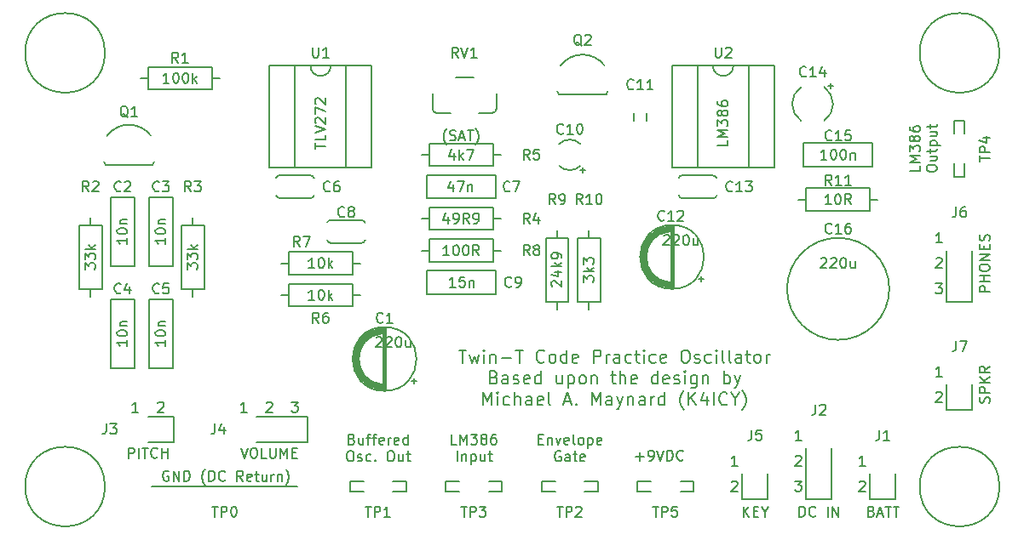
<source format=gbr>
G04 #@! TF.GenerationSoftware,KiCad,Pcbnew,(5.1.6)-1*
G04 #@! TF.CreationDate,2020-09-02T07:34:22-04:00*
G04 #@! TF.ProjectId,Twin-T_Code_Practice_Oscillator,5477696e-2d54-45f4-936f-64655f507261,A*
G04 #@! TF.SameCoordinates,Original*
G04 #@! TF.FileFunction,Legend,Top*
G04 #@! TF.FilePolarity,Positive*
%FSLAX46Y46*%
G04 Gerber Fmt 4.6, Leading zero omitted, Abs format (unit mm)*
G04 Created by KiCad (PCBNEW (5.1.6)-1) date 2020-09-02 07:34:22*
%MOMM*%
%LPD*%
G01*
G04 APERTURE LIST*
%ADD10C,0.152400*%
%ADD11C,0.203200*%
%ADD12C,0.127000*%
%ADD13C,0.381000*%
%ADD14C,0.685800*%
%ADD15C,0.150000*%
G04 APERTURE END LIST*
D10*
X143328571Y-38311666D02*
X143280190Y-38263285D01*
X143183428Y-38118142D01*
X143135047Y-38021380D01*
X143086666Y-37876238D01*
X143038285Y-37634333D01*
X143038285Y-37440809D01*
X143086666Y-37198904D01*
X143135047Y-37053761D01*
X143183428Y-36957000D01*
X143280190Y-36811857D01*
X143328571Y-36763476D01*
X143667238Y-37876238D02*
X143812380Y-37924619D01*
X144054285Y-37924619D01*
X144151047Y-37876238D01*
X144199428Y-37827857D01*
X144247809Y-37731095D01*
X144247809Y-37634333D01*
X144199428Y-37537571D01*
X144151047Y-37489190D01*
X144054285Y-37440809D01*
X143860761Y-37392428D01*
X143764000Y-37344047D01*
X143715619Y-37295666D01*
X143667238Y-37198904D01*
X143667238Y-37102142D01*
X143715619Y-37005380D01*
X143764000Y-36957000D01*
X143860761Y-36908619D01*
X144102666Y-36908619D01*
X144247809Y-36957000D01*
X144634857Y-37634333D02*
X145118666Y-37634333D01*
X144538095Y-37924619D02*
X144876761Y-36908619D01*
X145215428Y-37924619D01*
X145408952Y-36908619D02*
X145989523Y-36908619D01*
X145699238Y-37924619D02*
X145699238Y-36908619D01*
X146231428Y-38311666D02*
X146279809Y-38263285D01*
X146376571Y-38118142D01*
X146424952Y-38021380D01*
X146473333Y-37876238D01*
X146521714Y-37634333D01*
X146521714Y-37440809D01*
X146473333Y-37198904D01*
X146424952Y-37053761D01*
X146376571Y-36957000D01*
X146279809Y-36811857D01*
X146231428Y-36763476D01*
X152454428Y-67669228D02*
X152793095Y-67669228D01*
X152938238Y-68201419D02*
X152454428Y-68201419D01*
X152454428Y-67185419D01*
X152938238Y-67185419D01*
X153373666Y-67524085D02*
X153373666Y-68201419D01*
X153373666Y-67620847D02*
X153422047Y-67572466D01*
X153518809Y-67524085D01*
X153663952Y-67524085D01*
X153760714Y-67572466D01*
X153809095Y-67669228D01*
X153809095Y-68201419D01*
X154196142Y-67524085D02*
X154438047Y-68201419D01*
X154679952Y-67524085D01*
X155454047Y-68153038D02*
X155357285Y-68201419D01*
X155163761Y-68201419D01*
X155067000Y-68153038D01*
X155018619Y-68056276D01*
X155018619Y-67669228D01*
X155067000Y-67572466D01*
X155163761Y-67524085D01*
X155357285Y-67524085D01*
X155454047Y-67572466D01*
X155502428Y-67669228D01*
X155502428Y-67765990D01*
X155018619Y-67862752D01*
X156083000Y-68201419D02*
X155986238Y-68153038D01*
X155937857Y-68056276D01*
X155937857Y-67185419D01*
X156615190Y-68201419D02*
X156518428Y-68153038D01*
X156470047Y-68104657D01*
X156421666Y-68007895D01*
X156421666Y-67717609D01*
X156470047Y-67620847D01*
X156518428Y-67572466D01*
X156615190Y-67524085D01*
X156760333Y-67524085D01*
X156857095Y-67572466D01*
X156905476Y-67620847D01*
X156953857Y-67717609D01*
X156953857Y-68007895D01*
X156905476Y-68104657D01*
X156857095Y-68153038D01*
X156760333Y-68201419D01*
X156615190Y-68201419D01*
X157389285Y-67524085D02*
X157389285Y-68540085D01*
X157389285Y-67572466D02*
X157486047Y-67524085D01*
X157679571Y-67524085D01*
X157776333Y-67572466D01*
X157824714Y-67620847D01*
X157873095Y-67717609D01*
X157873095Y-68007895D01*
X157824714Y-68104657D01*
X157776333Y-68153038D01*
X157679571Y-68201419D01*
X157486047Y-68201419D01*
X157389285Y-68153038D01*
X158695571Y-68153038D02*
X158598809Y-68201419D01*
X158405285Y-68201419D01*
X158308523Y-68153038D01*
X158260142Y-68056276D01*
X158260142Y-67669228D01*
X158308523Y-67572466D01*
X158405285Y-67524085D01*
X158598809Y-67524085D01*
X158695571Y-67572466D01*
X158743952Y-67669228D01*
X158743952Y-67765990D01*
X158260142Y-67862752D01*
X154655761Y-68910200D02*
X154559000Y-68861819D01*
X154413857Y-68861819D01*
X154268714Y-68910200D01*
X154171952Y-69006961D01*
X154123571Y-69103723D01*
X154075190Y-69297247D01*
X154075190Y-69442390D01*
X154123571Y-69635914D01*
X154171952Y-69732676D01*
X154268714Y-69829438D01*
X154413857Y-69877819D01*
X154510619Y-69877819D01*
X154655761Y-69829438D01*
X154704142Y-69781057D01*
X154704142Y-69442390D01*
X154510619Y-69442390D01*
X155575000Y-69877819D02*
X155575000Y-69345628D01*
X155526619Y-69248866D01*
X155429857Y-69200485D01*
X155236333Y-69200485D01*
X155139571Y-69248866D01*
X155575000Y-69829438D02*
X155478238Y-69877819D01*
X155236333Y-69877819D01*
X155139571Y-69829438D01*
X155091190Y-69732676D01*
X155091190Y-69635914D01*
X155139571Y-69539152D01*
X155236333Y-69490771D01*
X155478238Y-69490771D01*
X155575000Y-69442390D01*
X155913666Y-69200485D02*
X156300714Y-69200485D01*
X156058809Y-68861819D02*
X156058809Y-69732676D01*
X156107190Y-69829438D01*
X156203952Y-69877819D01*
X156300714Y-69877819D01*
X157026428Y-69829438D02*
X156929666Y-69877819D01*
X156736142Y-69877819D01*
X156639380Y-69829438D01*
X156591000Y-69732676D01*
X156591000Y-69345628D01*
X156639380Y-69248866D01*
X156736142Y-69200485D01*
X156929666Y-69200485D01*
X157026428Y-69248866D01*
X157074809Y-69345628D01*
X157074809Y-69442390D01*
X156591000Y-69539152D01*
X115703047Y-70866000D02*
X115606285Y-70817619D01*
X115461142Y-70817619D01*
X115316000Y-70866000D01*
X115219238Y-70962761D01*
X115170857Y-71059523D01*
X115122476Y-71253047D01*
X115122476Y-71398190D01*
X115170857Y-71591714D01*
X115219238Y-71688476D01*
X115316000Y-71785238D01*
X115461142Y-71833619D01*
X115557904Y-71833619D01*
X115703047Y-71785238D01*
X115751428Y-71736857D01*
X115751428Y-71398190D01*
X115557904Y-71398190D01*
X116186857Y-71833619D02*
X116186857Y-70817619D01*
X116767428Y-71833619D01*
X116767428Y-70817619D01*
X117251238Y-71833619D02*
X117251238Y-70817619D01*
X117493142Y-70817619D01*
X117638285Y-70866000D01*
X117735047Y-70962761D01*
X117783428Y-71059523D01*
X117831809Y-71253047D01*
X117831809Y-71398190D01*
X117783428Y-71591714D01*
X117735047Y-71688476D01*
X117638285Y-71785238D01*
X117493142Y-71833619D01*
X117251238Y-71833619D01*
X119331619Y-72220666D02*
X119283238Y-72172285D01*
X119186476Y-72027142D01*
X119138095Y-71930380D01*
X119089714Y-71785238D01*
X119041333Y-71543333D01*
X119041333Y-71349809D01*
X119089714Y-71107904D01*
X119138095Y-70962761D01*
X119186476Y-70866000D01*
X119283238Y-70720857D01*
X119331619Y-70672476D01*
X119718666Y-71833619D02*
X119718666Y-70817619D01*
X119960571Y-70817619D01*
X120105714Y-70866000D01*
X120202476Y-70962761D01*
X120250857Y-71059523D01*
X120299238Y-71253047D01*
X120299238Y-71398190D01*
X120250857Y-71591714D01*
X120202476Y-71688476D01*
X120105714Y-71785238D01*
X119960571Y-71833619D01*
X119718666Y-71833619D01*
X121315238Y-71736857D02*
X121266857Y-71785238D01*
X121121714Y-71833619D01*
X121024952Y-71833619D01*
X120879809Y-71785238D01*
X120783047Y-71688476D01*
X120734666Y-71591714D01*
X120686285Y-71398190D01*
X120686285Y-71253047D01*
X120734666Y-71059523D01*
X120783047Y-70962761D01*
X120879809Y-70866000D01*
X121024952Y-70817619D01*
X121121714Y-70817619D01*
X121266857Y-70866000D01*
X121315238Y-70914380D01*
X123105333Y-71833619D02*
X122766666Y-71349809D01*
X122524761Y-71833619D02*
X122524761Y-70817619D01*
X122911809Y-70817619D01*
X123008571Y-70866000D01*
X123056952Y-70914380D01*
X123105333Y-71011142D01*
X123105333Y-71156285D01*
X123056952Y-71253047D01*
X123008571Y-71301428D01*
X122911809Y-71349809D01*
X122524761Y-71349809D01*
X123927809Y-71785238D02*
X123831047Y-71833619D01*
X123637523Y-71833619D01*
X123540761Y-71785238D01*
X123492380Y-71688476D01*
X123492380Y-71301428D01*
X123540761Y-71204666D01*
X123637523Y-71156285D01*
X123831047Y-71156285D01*
X123927809Y-71204666D01*
X123976190Y-71301428D01*
X123976190Y-71398190D01*
X123492380Y-71494952D01*
X124266476Y-71156285D02*
X124653523Y-71156285D01*
X124411619Y-70817619D02*
X124411619Y-71688476D01*
X124460000Y-71785238D01*
X124556761Y-71833619D01*
X124653523Y-71833619D01*
X125427619Y-71156285D02*
X125427619Y-71833619D01*
X124992190Y-71156285D02*
X124992190Y-71688476D01*
X125040571Y-71785238D01*
X125137333Y-71833619D01*
X125282476Y-71833619D01*
X125379238Y-71785238D01*
X125427619Y-71736857D01*
X125911428Y-71833619D02*
X125911428Y-71156285D01*
X125911428Y-71349809D02*
X125959809Y-71253047D01*
X126008190Y-71204666D01*
X126104952Y-71156285D01*
X126201714Y-71156285D01*
X126540380Y-71156285D02*
X126540380Y-71833619D01*
X126540380Y-71253047D02*
X126588761Y-71204666D01*
X126685523Y-71156285D01*
X126830666Y-71156285D01*
X126927428Y-71204666D01*
X126975809Y-71301428D01*
X126975809Y-71833619D01*
X127362857Y-72220666D02*
X127411238Y-72172285D01*
X127508000Y-72027142D01*
X127556380Y-71930380D01*
X127604761Y-71785238D01*
X127653142Y-71543333D01*
X127653142Y-71349809D01*
X127604761Y-71107904D01*
X127556380Y-70962761D01*
X127508000Y-70866000D01*
X127411238Y-70720857D01*
X127362857Y-70672476D01*
X162142714Y-69414571D02*
X162916809Y-69414571D01*
X162529761Y-69801619D02*
X162529761Y-69027523D01*
X163449000Y-69801619D02*
X163642523Y-69801619D01*
X163739285Y-69753238D01*
X163787666Y-69704857D01*
X163884428Y-69559714D01*
X163932809Y-69366190D01*
X163932809Y-68979142D01*
X163884428Y-68882380D01*
X163836047Y-68834000D01*
X163739285Y-68785619D01*
X163545761Y-68785619D01*
X163449000Y-68834000D01*
X163400619Y-68882380D01*
X163352238Y-68979142D01*
X163352238Y-69221047D01*
X163400619Y-69317809D01*
X163449000Y-69366190D01*
X163545761Y-69414571D01*
X163739285Y-69414571D01*
X163836047Y-69366190D01*
X163884428Y-69317809D01*
X163932809Y-69221047D01*
X164223095Y-68785619D02*
X164561761Y-69801619D01*
X164900428Y-68785619D01*
X165239095Y-69801619D02*
X165239095Y-68785619D01*
X165481000Y-68785619D01*
X165626142Y-68834000D01*
X165722904Y-68930761D01*
X165771285Y-69027523D01*
X165819666Y-69221047D01*
X165819666Y-69366190D01*
X165771285Y-69559714D01*
X165722904Y-69656476D01*
X165626142Y-69753238D01*
X165481000Y-69801619D01*
X165239095Y-69801619D01*
X166835666Y-69704857D02*
X166787285Y-69753238D01*
X166642142Y-69801619D01*
X166545380Y-69801619D01*
X166400238Y-69753238D01*
X166303476Y-69656476D01*
X166255095Y-69559714D01*
X166206714Y-69366190D01*
X166206714Y-69221047D01*
X166255095Y-69027523D01*
X166303476Y-68930761D01*
X166400238Y-68834000D01*
X166545380Y-68785619D01*
X166642142Y-68785619D01*
X166787285Y-68834000D01*
X166835666Y-68882380D01*
X190375419Y-40452523D02*
X190375419Y-40936333D01*
X189359419Y-40936333D01*
X190375419Y-40113857D02*
X189359419Y-40113857D01*
X190085133Y-39775190D01*
X189359419Y-39436523D01*
X190375419Y-39436523D01*
X189359419Y-39049476D02*
X189359419Y-38420523D01*
X189746466Y-38759190D01*
X189746466Y-38614047D01*
X189794847Y-38517285D01*
X189843228Y-38468904D01*
X189939990Y-38420523D01*
X190181895Y-38420523D01*
X190278657Y-38468904D01*
X190327038Y-38517285D01*
X190375419Y-38614047D01*
X190375419Y-38904333D01*
X190327038Y-39001095D01*
X190278657Y-39049476D01*
X189794847Y-37839952D02*
X189746466Y-37936714D01*
X189698085Y-37985095D01*
X189601323Y-38033476D01*
X189552942Y-38033476D01*
X189456180Y-37985095D01*
X189407800Y-37936714D01*
X189359419Y-37839952D01*
X189359419Y-37646428D01*
X189407800Y-37549666D01*
X189456180Y-37501285D01*
X189552942Y-37452904D01*
X189601323Y-37452904D01*
X189698085Y-37501285D01*
X189746466Y-37549666D01*
X189794847Y-37646428D01*
X189794847Y-37839952D01*
X189843228Y-37936714D01*
X189891609Y-37985095D01*
X189988371Y-38033476D01*
X190181895Y-38033476D01*
X190278657Y-37985095D01*
X190327038Y-37936714D01*
X190375419Y-37839952D01*
X190375419Y-37646428D01*
X190327038Y-37549666D01*
X190278657Y-37501285D01*
X190181895Y-37452904D01*
X189988371Y-37452904D01*
X189891609Y-37501285D01*
X189843228Y-37549666D01*
X189794847Y-37646428D01*
X189359419Y-36582047D02*
X189359419Y-36775571D01*
X189407800Y-36872333D01*
X189456180Y-36920714D01*
X189601323Y-37017476D01*
X189794847Y-37065857D01*
X190181895Y-37065857D01*
X190278657Y-37017476D01*
X190327038Y-36969095D01*
X190375419Y-36872333D01*
X190375419Y-36678809D01*
X190327038Y-36582047D01*
X190278657Y-36533666D01*
X190181895Y-36485285D01*
X189939990Y-36485285D01*
X189843228Y-36533666D01*
X189794847Y-36582047D01*
X189746466Y-36678809D01*
X189746466Y-36872333D01*
X189794847Y-36969095D01*
X189843228Y-37017476D01*
X189939990Y-37065857D01*
X191035819Y-40791190D02*
X191035819Y-40597666D01*
X191084200Y-40500904D01*
X191180961Y-40404142D01*
X191374485Y-40355761D01*
X191713152Y-40355761D01*
X191906676Y-40404142D01*
X192003438Y-40500904D01*
X192051819Y-40597666D01*
X192051819Y-40791190D01*
X192003438Y-40887952D01*
X191906676Y-40984714D01*
X191713152Y-41033095D01*
X191374485Y-41033095D01*
X191180961Y-40984714D01*
X191084200Y-40887952D01*
X191035819Y-40791190D01*
X191374485Y-39484904D02*
X192051819Y-39484904D01*
X191374485Y-39920333D02*
X191906676Y-39920333D01*
X192003438Y-39871952D01*
X192051819Y-39775190D01*
X192051819Y-39630047D01*
X192003438Y-39533285D01*
X191955057Y-39484904D01*
X191374485Y-39146238D02*
X191374485Y-38759190D01*
X191035819Y-39001095D02*
X191906676Y-39001095D01*
X192003438Y-38952714D01*
X192051819Y-38855952D01*
X192051819Y-38759190D01*
X191374485Y-38420523D02*
X192390485Y-38420523D01*
X191422866Y-38420523D02*
X191374485Y-38323761D01*
X191374485Y-38130238D01*
X191422866Y-38033476D01*
X191471247Y-37985095D01*
X191568009Y-37936714D01*
X191858295Y-37936714D01*
X191955057Y-37985095D01*
X192003438Y-38033476D01*
X192051819Y-38130238D01*
X192051819Y-38323761D01*
X192003438Y-38420523D01*
X191374485Y-37065857D02*
X192051819Y-37065857D01*
X191374485Y-37501285D02*
X191906676Y-37501285D01*
X192003438Y-37452904D01*
X192051819Y-37356142D01*
X192051819Y-37211000D01*
X192003438Y-37114238D01*
X191955057Y-37065857D01*
X191374485Y-36727190D02*
X191374485Y-36340142D01*
X191035819Y-36582047D02*
X191906676Y-36582047D01*
X192003438Y-36533666D01*
X192051819Y-36436904D01*
X192051819Y-36340142D01*
X144332476Y-68201419D02*
X143848666Y-68201419D01*
X143848666Y-67185419D01*
X144671142Y-68201419D02*
X144671142Y-67185419D01*
X145009809Y-67911133D01*
X145348476Y-67185419D01*
X145348476Y-68201419D01*
X145735523Y-67185419D02*
X146364476Y-67185419D01*
X146025809Y-67572466D01*
X146170952Y-67572466D01*
X146267714Y-67620847D01*
X146316095Y-67669228D01*
X146364476Y-67765990D01*
X146364476Y-68007895D01*
X146316095Y-68104657D01*
X146267714Y-68153038D01*
X146170952Y-68201419D01*
X145880666Y-68201419D01*
X145783904Y-68153038D01*
X145735523Y-68104657D01*
X146945047Y-67620847D02*
X146848285Y-67572466D01*
X146799904Y-67524085D01*
X146751523Y-67427323D01*
X146751523Y-67378942D01*
X146799904Y-67282180D01*
X146848285Y-67233800D01*
X146945047Y-67185419D01*
X147138571Y-67185419D01*
X147235333Y-67233800D01*
X147283714Y-67282180D01*
X147332095Y-67378942D01*
X147332095Y-67427323D01*
X147283714Y-67524085D01*
X147235333Y-67572466D01*
X147138571Y-67620847D01*
X146945047Y-67620847D01*
X146848285Y-67669228D01*
X146799904Y-67717609D01*
X146751523Y-67814371D01*
X146751523Y-68007895D01*
X146799904Y-68104657D01*
X146848285Y-68153038D01*
X146945047Y-68201419D01*
X147138571Y-68201419D01*
X147235333Y-68153038D01*
X147283714Y-68104657D01*
X147332095Y-68007895D01*
X147332095Y-67814371D01*
X147283714Y-67717609D01*
X147235333Y-67669228D01*
X147138571Y-67620847D01*
X148202952Y-67185419D02*
X148009428Y-67185419D01*
X147912666Y-67233800D01*
X147864285Y-67282180D01*
X147767523Y-67427323D01*
X147719142Y-67620847D01*
X147719142Y-68007895D01*
X147767523Y-68104657D01*
X147815904Y-68153038D01*
X147912666Y-68201419D01*
X148106190Y-68201419D01*
X148202952Y-68153038D01*
X148251333Y-68104657D01*
X148299714Y-68007895D01*
X148299714Y-67765990D01*
X148251333Y-67669228D01*
X148202952Y-67620847D01*
X148106190Y-67572466D01*
X147912666Y-67572466D01*
X147815904Y-67620847D01*
X147767523Y-67669228D01*
X147719142Y-67765990D01*
X144380857Y-69877819D02*
X144380857Y-68861819D01*
X144864666Y-69200485D02*
X144864666Y-69877819D01*
X144864666Y-69297247D02*
X144913047Y-69248866D01*
X145009809Y-69200485D01*
X145154952Y-69200485D01*
X145251714Y-69248866D01*
X145300095Y-69345628D01*
X145300095Y-69877819D01*
X145783904Y-69200485D02*
X145783904Y-70216485D01*
X145783904Y-69248866D02*
X145880666Y-69200485D01*
X146074190Y-69200485D01*
X146170952Y-69248866D01*
X146219333Y-69297247D01*
X146267714Y-69394009D01*
X146267714Y-69684295D01*
X146219333Y-69781057D01*
X146170952Y-69829438D01*
X146074190Y-69877819D01*
X145880666Y-69877819D01*
X145783904Y-69829438D01*
X147138571Y-69200485D02*
X147138571Y-69877819D01*
X146703142Y-69200485D02*
X146703142Y-69732676D01*
X146751523Y-69829438D01*
X146848285Y-69877819D01*
X146993428Y-69877819D01*
X147090190Y-69829438D01*
X147138571Y-69781057D01*
X147477238Y-69200485D02*
X147864285Y-69200485D01*
X147622380Y-68861819D02*
X147622380Y-69732676D01*
X147670761Y-69829438D01*
X147767523Y-69877819D01*
X147864285Y-69877819D01*
X133912428Y-67669228D02*
X134057571Y-67717609D01*
X134105952Y-67765990D01*
X134154333Y-67862752D01*
X134154333Y-68007895D01*
X134105952Y-68104657D01*
X134057571Y-68153038D01*
X133960809Y-68201419D01*
X133573761Y-68201419D01*
X133573761Y-67185419D01*
X133912428Y-67185419D01*
X134009190Y-67233800D01*
X134057571Y-67282180D01*
X134105952Y-67378942D01*
X134105952Y-67475704D01*
X134057571Y-67572466D01*
X134009190Y-67620847D01*
X133912428Y-67669228D01*
X133573761Y-67669228D01*
X135025190Y-67524085D02*
X135025190Y-68201419D01*
X134589761Y-67524085D02*
X134589761Y-68056276D01*
X134638142Y-68153038D01*
X134734904Y-68201419D01*
X134880047Y-68201419D01*
X134976809Y-68153038D01*
X135025190Y-68104657D01*
X135363857Y-67524085D02*
X135750904Y-67524085D01*
X135509000Y-68201419D02*
X135509000Y-67330561D01*
X135557380Y-67233800D01*
X135654142Y-67185419D01*
X135750904Y-67185419D01*
X135944428Y-67524085D02*
X136331476Y-67524085D01*
X136089571Y-68201419D02*
X136089571Y-67330561D01*
X136137952Y-67233800D01*
X136234714Y-67185419D01*
X136331476Y-67185419D01*
X137057190Y-68153038D02*
X136960428Y-68201419D01*
X136766904Y-68201419D01*
X136670142Y-68153038D01*
X136621761Y-68056276D01*
X136621761Y-67669228D01*
X136670142Y-67572466D01*
X136766904Y-67524085D01*
X136960428Y-67524085D01*
X137057190Y-67572466D01*
X137105571Y-67669228D01*
X137105571Y-67765990D01*
X136621761Y-67862752D01*
X137541000Y-68201419D02*
X137541000Y-67524085D01*
X137541000Y-67717609D02*
X137589380Y-67620847D01*
X137637761Y-67572466D01*
X137734523Y-67524085D01*
X137831285Y-67524085D01*
X138557000Y-68153038D02*
X138460238Y-68201419D01*
X138266714Y-68201419D01*
X138169952Y-68153038D01*
X138121571Y-68056276D01*
X138121571Y-67669228D01*
X138169952Y-67572466D01*
X138266714Y-67524085D01*
X138460238Y-67524085D01*
X138557000Y-67572466D01*
X138605380Y-67669228D01*
X138605380Y-67765990D01*
X138121571Y-67862752D01*
X139476238Y-68201419D02*
X139476238Y-67185419D01*
X139476238Y-68153038D02*
X139379476Y-68201419D01*
X139185952Y-68201419D01*
X139089190Y-68153038D01*
X139040809Y-68104657D01*
X138992428Y-68007895D01*
X138992428Y-67717609D01*
X139040809Y-67620847D01*
X139089190Y-67572466D01*
X139185952Y-67524085D01*
X139379476Y-67524085D01*
X139476238Y-67572466D01*
X133670523Y-68861819D02*
X133864047Y-68861819D01*
X133960809Y-68910200D01*
X134057571Y-69006961D01*
X134105952Y-69200485D01*
X134105952Y-69539152D01*
X134057571Y-69732676D01*
X133960809Y-69829438D01*
X133864047Y-69877819D01*
X133670523Y-69877819D01*
X133573761Y-69829438D01*
X133477000Y-69732676D01*
X133428619Y-69539152D01*
X133428619Y-69200485D01*
X133477000Y-69006961D01*
X133573761Y-68910200D01*
X133670523Y-68861819D01*
X134493000Y-69829438D02*
X134589761Y-69877819D01*
X134783285Y-69877819D01*
X134880047Y-69829438D01*
X134928428Y-69732676D01*
X134928428Y-69684295D01*
X134880047Y-69587533D01*
X134783285Y-69539152D01*
X134638142Y-69539152D01*
X134541380Y-69490771D01*
X134493000Y-69394009D01*
X134493000Y-69345628D01*
X134541380Y-69248866D01*
X134638142Y-69200485D01*
X134783285Y-69200485D01*
X134880047Y-69248866D01*
X135799285Y-69829438D02*
X135702523Y-69877819D01*
X135509000Y-69877819D01*
X135412238Y-69829438D01*
X135363857Y-69781057D01*
X135315476Y-69684295D01*
X135315476Y-69394009D01*
X135363857Y-69297247D01*
X135412238Y-69248866D01*
X135509000Y-69200485D01*
X135702523Y-69200485D01*
X135799285Y-69248866D01*
X136234714Y-69781057D02*
X136283095Y-69829438D01*
X136234714Y-69877819D01*
X136186333Y-69829438D01*
X136234714Y-69781057D01*
X136234714Y-69877819D01*
X137686142Y-68861819D02*
X137879666Y-68861819D01*
X137976428Y-68910200D01*
X138073190Y-69006961D01*
X138121571Y-69200485D01*
X138121571Y-69539152D01*
X138073190Y-69732676D01*
X137976428Y-69829438D01*
X137879666Y-69877819D01*
X137686142Y-69877819D01*
X137589380Y-69829438D01*
X137492619Y-69732676D01*
X137444238Y-69539152D01*
X137444238Y-69200485D01*
X137492619Y-69006961D01*
X137589380Y-68910200D01*
X137686142Y-68861819D01*
X138992428Y-69200485D02*
X138992428Y-69877819D01*
X138557000Y-69200485D02*
X138557000Y-69732676D01*
X138605380Y-69829438D01*
X138702142Y-69877819D01*
X138847285Y-69877819D01*
X138944047Y-69829438D01*
X138992428Y-69781057D01*
X139331095Y-69200485D02*
X139718142Y-69200485D01*
X139476238Y-68861819D02*
X139476238Y-69732676D01*
X139524619Y-69829438D01*
X139621380Y-69877819D01*
X139718142Y-69877819D01*
D11*
X144568333Y-58791323D02*
X145294047Y-58791323D01*
X144931190Y-60061323D02*
X144931190Y-58791323D01*
X145596428Y-59214657D02*
X145838333Y-60061323D01*
X146080238Y-59456561D01*
X146322142Y-60061323D01*
X146564047Y-59214657D01*
X147047857Y-60061323D02*
X147047857Y-59214657D01*
X147047857Y-58791323D02*
X146987380Y-58851800D01*
X147047857Y-58912276D01*
X147108333Y-58851800D01*
X147047857Y-58791323D01*
X147047857Y-58912276D01*
X147652619Y-59214657D02*
X147652619Y-60061323D01*
X147652619Y-59335609D02*
X147713095Y-59275133D01*
X147834047Y-59214657D01*
X148015476Y-59214657D01*
X148136428Y-59275133D01*
X148196904Y-59396085D01*
X148196904Y-60061323D01*
X148801666Y-59577514D02*
X149769285Y-59577514D01*
X150192619Y-58791323D02*
X150918333Y-58791323D01*
X150555476Y-60061323D02*
X150555476Y-58791323D01*
X153035000Y-59940371D02*
X152974523Y-60000847D01*
X152793095Y-60061323D01*
X152672142Y-60061323D01*
X152490714Y-60000847D01*
X152369761Y-59879895D01*
X152309285Y-59758942D01*
X152248809Y-59517038D01*
X152248809Y-59335609D01*
X152309285Y-59093704D01*
X152369761Y-58972752D01*
X152490714Y-58851800D01*
X152672142Y-58791323D01*
X152793095Y-58791323D01*
X152974523Y-58851800D01*
X153035000Y-58912276D01*
X153760714Y-60061323D02*
X153639761Y-60000847D01*
X153579285Y-59940371D01*
X153518809Y-59819419D01*
X153518809Y-59456561D01*
X153579285Y-59335609D01*
X153639761Y-59275133D01*
X153760714Y-59214657D01*
X153942142Y-59214657D01*
X154063095Y-59275133D01*
X154123571Y-59335609D01*
X154184047Y-59456561D01*
X154184047Y-59819419D01*
X154123571Y-59940371D01*
X154063095Y-60000847D01*
X153942142Y-60061323D01*
X153760714Y-60061323D01*
X155272619Y-60061323D02*
X155272619Y-58791323D01*
X155272619Y-60000847D02*
X155151666Y-60061323D01*
X154909761Y-60061323D01*
X154788809Y-60000847D01*
X154728333Y-59940371D01*
X154667857Y-59819419D01*
X154667857Y-59456561D01*
X154728333Y-59335609D01*
X154788809Y-59275133D01*
X154909761Y-59214657D01*
X155151666Y-59214657D01*
X155272619Y-59275133D01*
X156361190Y-60000847D02*
X156240238Y-60061323D01*
X155998333Y-60061323D01*
X155877380Y-60000847D01*
X155816904Y-59879895D01*
X155816904Y-59396085D01*
X155877380Y-59275133D01*
X155998333Y-59214657D01*
X156240238Y-59214657D01*
X156361190Y-59275133D01*
X156421666Y-59396085D01*
X156421666Y-59517038D01*
X155816904Y-59637990D01*
X157933571Y-60061323D02*
X157933571Y-58791323D01*
X158417380Y-58791323D01*
X158538333Y-58851800D01*
X158598809Y-58912276D01*
X158659285Y-59033228D01*
X158659285Y-59214657D01*
X158598809Y-59335609D01*
X158538333Y-59396085D01*
X158417380Y-59456561D01*
X157933571Y-59456561D01*
X159203571Y-60061323D02*
X159203571Y-59214657D01*
X159203571Y-59456561D02*
X159264047Y-59335609D01*
X159324523Y-59275133D01*
X159445476Y-59214657D01*
X159566428Y-59214657D01*
X160534047Y-60061323D02*
X160534047Y-59396085D01*
X160473571Y-59275133D01*
X160352619Y-59214657D01*
X160110714Y-59214657D01*
X159989761Y-59275133D01*
X160534047Y-60000847D02*
X160413095Y-60061323D01*
X160110714Y-60061323D01*
X159989761Y-60000847D01*
X159929285Y-59879895D01*
X159929285Y-59758942D01*
X159989761Y-59637990D01*
X160110714Y-59577514D01*
X160413095Y-59577514D01*
X160534047Y-59517038D01*
X161683095Y-60000847D02*
X161562142Y-60061323D01*
X161320238Y-60061323D01*
X161199285Y-60000847D01*
X161138809Y-59940371D01*
X161078333Y-59819419D01*
X161078333Y-59456561D01*
X161138809Y-59335609D01*
X161199285Y-59275133D01*
X161320238Y-59214657D01*
X161562142Y-59214657D01*
X161683095Y-59275133D01*
X162045952Y-59214657D02*
X162529761Y-59214657D01*
X162227380Y-58791323D02*
X162227380Y-59879895D01*
X162287857Y-60000847D01*
X162408809Y-60061323D01*
X162529761Y-60061323D01*
X162953095Y-60061323D02*
X162953095Y-59214657D01*
X162953095Y-58791323D02*
X162892619Y-58851800D01*
X162953095Y-58912276D01*
X163013571Y-58851800D01*
X162953095Y-58791323D01*
X162953095Y-58912276D01*
X164102142Y-60000847D02*
X163981190Y-60061323D01*
X163739285Y-60061323D01*
X163618333Y-60000847D01*
X163557857Y-59940371D01*
X163497380Y-59819419D01*
X163497380Y-59456561D01*
X163557857Y-59335609D01*
X163618333Y-59275133D01*
X163739285Y-59214657D01*
X163981190Y-59214657D01*
X164102142Y-59275133D01*
X165130238Y-60000847D02*
X165009285Y-60061323D01*
X164767380Y-60061323D01*
X164646428Y-60000847D01*
X164585952Y-59879895D01*
X164585952Y-59396085D01*
X164646428Y-59275133D01*
X164767380Y-59214657D01*
X165009285Y-59214657D01*
X165130238Y-59275133D01*
X165190714Y-59396085D01*
X165190714Y-59517038D01*
X164585952Y-59637990D01*
X166944523Y-58791323D02*
X167186428Y-58791323D01*
X167307380Y-58851800D01*
X167428333Y-58972752D01*
X167488809Y-59214657D01*
X167488809Y-59637990D01*
X167428333Y-59879895D01*
X167307380Y-60000847D01*
X167186428Y-60061323D01*
X166944523Y-60061323D01*
X166823571Y-60000847D01*
X166702619Y-59879895D01*
X166642142Y-59637990D01*
X166642142Y-59214657D01*
X166702619Y-58972752D01*
X166823571Y-58851800D01*
X166944523Y-58791323D01*
X167972619Y-60000847D02*
X168093571Y-60061323D01*
X168335476Y-60061323D01*
X168456428Y-60000847D01*
X168516904Y-59879895D01*
X168516904Y-59819419D01*
X168456428Y-59698466D01*
X168335476Y-59637990D01*
X168154047Y-59637990D01*
X168033095Y-59577514D01*
X167972619Y-59456561D01*
X167972619Y-59396085D01*
X168033095Y-59275133D01*
X168154047Y-59214657D01*
X168335476Y-59214657D01*
X168456428Y-59275133D01*
X169605476Y-60000847D02*
X169484523Y-60061323D01*
X169242619Y-60061323D01*
X169121666Y-60000847D01*
X169061190Y-59940371D01*
X169000714Y-59819419D01*
X169000714Y-59456561D01*
X169061190Y-59335609D01*
X169121666Y-59275133D01*
X169242619Y-59214657D01*
X169484523Y-59214657D01*
X169605476Y-59275133D01*
X170149761Y-60061323D02*
X170149761Y-59214657D01*
X170149761Y-58791323D02*
X170089285Y-58851800D01*
X170149761Y-58912276D01*
X170210238Y-58851800D01*
X170149761Y-58791323D01*
X170149761Y-58912276D01*
X170935952Y-60061323D02*
X170815000Y-60000847D01*
X170754523Y-59879895D01*
X170754523Y-58791323D01*
X171601190Y-60061323D02*
X171480238Y-60000847D01*
X171419761Y-59879895D01*
X171419761Y-58791323D01*
X172629285Y-60061323D02*
X172629285Y-59396085D01*
X172568809Y-59275133D01*
X172447857Y-59214657D01*
X172205952Y-59214657D01*
X172085000Y-59275133D01*
X172629285Y-60000847D02*
X172508333Y-60061323D01*
X172205952Y-60061323D01*
X172085000Y-60000847D01*
X172024523Y-59879895D01*
X172024523Y-59758942D01*
X172085000Y-59637990D01*
X172205952Y-59577514D01*
X172508333Y-59577514D01*
X172629285Y-59517038D01*
X173052619Y-59214657D02*
X173536428Y-59214657D01*
X173234047Y-58791323D02*
X173234047Y-59879895D01*
X173294523Y-60000847D01*
X173415476Y-60061323D01*
X173536428Y-60061323D01*
X174141190Y-60061323D02*
X174020238Y-60000847D01*
X173959761Y-59940371D01*
X173899285Y-59819419D01*
X173899285Y-59456561D01*
X173959761Y-59335609D01*
X174020238Y-59275133D01*
X174141190Y-59214657D01*
X174322619Y-59214657D01*
X174443571Y-59275133D01*
X174504047Y-59335609D01*
X174564523Y-59456561D01*
X174564523Y-59819419D01*
X174504047Y-59940371D01*
X174443571Y-60000847D01*
X174322619Y-60061323D01*
X174141190Y-60061323D01*
X175108809Y-60061323D02*
X175108809Y-59214657D01*
X175108809Y-59456561D02*
X175169285Y-59335609D01*
X175229761Y-59275133D01*
X175350714Y-59214657D01*
X175471666Y-59214657D01*
X148045714Y-61504285D02*
X148227142Y-61564761D01*
X148287619Y-61625238D01*
X148348095Y-61746190D01*
X148348095Y-61927619D01*
X148287619Y-62048571D01*
X148227142Y-62109047D01*
X148106190Y-62169523D01*
X147622380Y-62169523D01*
X147622380Y-60899523D01*
X148045714Y-60899523D01*
X148166666Y-60960000D01*
X148227142Y-61020476D01*
X148287619Y-61141428D01*
X148287619Y-61262380D01*
X148227142Y-61383333D01*
X148166666Y-61443809D01*
X148045714Y-61504285D01*
X147622380Y-61504285D01*
X149436666Y-62169523D02*
X149436666Y-61504285D01*
X149376190Y-61383333D01*
X149255238Y-61322857D01*
X149013333Y-61322857D01*
X148892380Y-61383333D01*
X149436666Y-62109047D02*
X149315714Y-62169523D01*
X149013333Y-62169523D01*
X148892380Y-62109047D01*
X148831904Y-61988095D01*
X148831904Y-61867142D01*
X148892380Y-61746190D01*
X149013333Y-61685714D01*
X149315714Y-61685714D01*
X149436666Y-61625238D01*
X149980952Y-62109047D02*
X150101904Y-62169523D01*
X150343809Y-62169523D01*
X150464761Y-62109047D01*
X150525238Y-61988095D01*
X150525238Y-61927619D01*
X150464761Y-61806666D01*
X150343809Y-61746190D01*
X150162380Y-61746190D01*
X150041428Y-61685714D01*
X149980952Y-61564761D01*
X149980952Y-61504285D01*
X150041428Y-61383333D01*
X150162380Y-61322857D01*
X150343809Y-61322857D01*
X150464761Y-61383333D01*
X151553333Y-62109047D02*
X151432380Y-62169523D01*
X151190476Y-62169523D01*
X151069523Y-62109047D01*
X151009047Y-61988095D01*
X151009047Y-61504285D01*
X151069523Y-61383333D01*
X151190476Y-61322857D01*
X151432380Y-61322857D01*
X151553333Y-61383333D01*
X151613809Y-61504285D01*
X151613809Y-61625238D01*
X151009047Y-61746190D01*
X152702380Y-62169523D02*
X152702380Y-60899523D01*
X152702380Y-62109047D02*
X152581428Y-62169523D01*
X152339523Y-62169523D01*
X152218571Y-62109047D01*
X152158095Y-62048571D01*
X152097619Y-61927619D01*
X152097619Y-61564761D01*
X152158095Y-61443809D01*
X152218571Y-61383333D01*
X152339523Y-61322857D01*
X152581428Y-61322857D01*
X152702380Y-61383333D01*
X154819047Y-61322857D02*
X154819047Y-62169523D01*
X154274761Y-61322857D02*
X154274761Y-61988095D01*
X154335238Y-62109047D01*
X154456190Y-62169523D01*
X154637619Y-62169523D01*
X154758571Y-62109047D01*
X154819047Y-62048571D01*
X155423809Y-61322857D02*
X155423809Y-62592857D01*
X155423809Y-61383333D02*
X155544761Y-61322857D01*
X155786666Y-61322857D01*
X155907619Y-61383333D01*
X155968095Y-61443809D01*
X156028571Y-61564761D01*
X156028571Y-61927619D01*
X155968095Y-62048571D01*
X155907619Y-62109047D01*
X155786666Y-62169523D01*
X155544761Y-62169523D01*
X155423809Y-62109047D01*
X156754285Y-62169523D02*
X156633333Y-62109047D01*
X156572857Y-62048571D01*
X156512380Y-61927619D01*
X156512380Y-61564761D01*
X156572857Y-61443809D01*
X156633333Y-61383333D01*
X156754285Y-61322857D01*
X156935714Y-61322857D01*
X157056666Y-61383333D01*
X157117142Y-61443809D01*
X157177619Y-61564761D01*
X157177619Y-61927619D01*
X157117142Y-62048571D01*
X157056666Y-62109047D01*
X156935714Y-62169523D01*
X156754285Y-62169523D01*
X157721904Y-61322857D02*
X157721904Y-62169523D01*
X157721904Y-61443809D02*
X157782380Y-61383333D01*
X157903333Y-61322857D01*
X158084761Y-61322857D01*
X158205714Y-61383333D01*
X158266190Y-61504285D01*
X158266190Y-62169523D01*
X159657142Y-61322857D02*
X160140952Y-61322857D01*
X159838571Y-60899523D02*
X159838571Y-61988095D01*
X159899047Y-62109047D01*
X160020000Y-62169523D01*
X160140952Y-62169523D01*
X160564285Y-62169523D02*
X160564285Y-60899523D01*
X161108571Y-62169523D02*
X161108571Y-61504285D01*
X161048095Y-61383333D01*
X160927142Y-61322857D01*
X160745714Y-61322857D01*
X160624761Y-61383333D01*
X160564285Y-61443809D01*
X162197142Y-62109047D02*
X162076190Y-62169523D01*
X161834285Y-62169523D01*
X161713333Y-62109047D01*
X161652857Y-61988095D01*
X161652857Y-61504285D01*
X161713333Y-61383333D01*
X161834285Y-61322857D01*
X162076190Y-61322857D01*
X162197142Y-61383333D01*
X162257619Y-61504285D01*
X162257619Y-61625238D01*
X161652857Y-61746190D01*
X164313809Y-62169523D02*
X164313809Y-60899523D01*
X164313809Y-62109047D02*
X164192857Y-62169523D01*
X163950952Y-62169523D01*
X163830000Y-62109047D01*
X163769523Y-62048571D01*
X163709047Y-61927619D01*
X163709047Y-61564761D01*
X163769523Y-61443809D01*
X163830000Y-61383333D01*
X163950952Y-61322857D01*
X164192857Y-61322857D01*
X164313809Y-61383333D01*
X165402380Y-62109047D02*
X165281428Y-62169523D01*
X165039523Y-62169523D01*
X164918571Y-62109047D01*
X164858095Y-61988095D01*
X164858095Y-61504285D01*
X164918571Y-61383333D01*
X165039523Y-61322857D01*
X165281428Y-61322857D01*
X165402380Y-61383333D01*
X165462857Y-61504285D01*
X165462857Y-61625238D01*
X164858095Y-61746190D01*
X165946666Y-62109047D02*
X166067619Y-62169523D01*
X166309523Y-62169523D01*
X166430476Y-62109047D01*
X166490952Y-61988095D01*
X166490952Y-61927619D01*
X166430476Y-61806666D01*
X166309523Y-61746190D01*
X166128095Y-61746190D01*
X166007142Y-61685714D01*
X165946666Y-61564761D01*
X165946666Y-61504285D01*
X166007142Y-61383333D01*
X166128095Y-61322857D01*
X166309523Y-61322857D01*
X166430476Y-61383333D01*
X167035238Y-62169523D02*
X167035238Y-61322857D01*
X167035238Y-60899523D02*
X166974761Y-60960000D01*
X167035238Y-61020476D01*
X167095714Y-60960000D01*
X167035238Y-60899523D01*
X167035238Y-61020476D01*
X168184285Y-61322857D02*
X168184285Y-62350952D01*
X168123809Y-62471904D01*
X168063333Y-62532380D01*
X167942380Y-62592857D01*
X167760952Y-62592857D01*
X167640000Y-62532380D01*
X168184285Y-62109047D02*
X168063333Y-62169523D01*
X167821428Y-62169523D01*
X167700476Y-62109047D01*
X167640000Y-62048571D01*
X167579523Y-61927619D01*
X167579523Y-61564761D01*
X167640000Y-61443809D01*
X167700476Y-61383333D01*
X167821428Y-61322857D01*
X168063333Y-61322857D01*
X168184285Y-61383333D01*
X168789047Y-61322857D02*
X168789047Y-62169523D01*
X168789047Y-61443809D02*
X168849523Y-61383333D01*
X168970476Y-61322857D01*
X169151904Y-61322857D01*
X169272857Y-61383333D01*
X169333333Y-61504285D01*
X169333333Y-62169523D01*
X170905714Y-62169523D02*
X170905714Y-60899523D01*
X170905714Y-61383333D02*
X171026666Y-61322857D01*
X171268571Y-61322857D01*
X171389523Y-61383333D01*
X171450000Y-61443809D01*
X171510476Y-61564761D01*
X171510476Y-61927619D01*
X171450000Y-62048571D01*
X171389523Y-62109047D01*
X171268571Y-62169523D01*
X171026666Y-62169523D01*
X170905714Y-62109047D01*
X171933809Y-61322857D02*
X172236190Y-62169523D01*
X172538571Y-61322857D02*
X172236190Y-62169523D01*
X172115238Y-62471904D01*
X172054761Y-62532380D01*
X171933809Y-62592857D01*
X146957142Y-64277723D02*
X146957142Y-63007723D01*
X147380476Y-63914866D01*
X147803809Y-63007723D01*
X147803809Y-64277723D01*
X148408571Y-64277723D02*
X148408571Y-63431057D01*
X148408571Y-63007723D02*
X148348095Y-63068200D01*
X148408571Y-63128676D01*
X148469047Y-63068200D01*
X148408571Y-63007723D01*
X148408571Y-63128676D01*
X149557619Y-64217247D02*
X149436666Y-64277723D01*
X149194761Y-64277723D01*
X149073809Y-64217247D01*
X149013333Y-64156771D01*
X148952857Y-64035819D01*
X148952857Y-63672961D01*
X149013333Y-63552009D01*
X149073809Y-63491533D01*
X149194761Y-63431057D01*
X149436666Y-63431057D01*
X149557619Y-63491533D01*
X150101904Y-64277723D02*
X150101904Y-63007723D01*
X150646190Y-64277723D02*
X150646190Y-63612485D01*
X150585714Y-63491533D01*
X150464761Y-63431057D01*
X150283333Y-63431057D01*
X150162380Y-63491533D01*
X150101904Y-63552009D01*
X151795238Y-64277723D02*
X151795238Y-63612485D01*
X151734761Y-63491533D01*
X151613809Y-63431057D01*
X151371904Y-63431057D01*
X151250952Y-63491533D01*
X151795238Y-64217247D02*
X151674285Y-64277723D01*
X151371904Y-64277723D01*
X151250952Y-64217247D01*
X151190476Y-64096295D01*
X151190476Y-63975342D01*
X151250952Y-63854390D01*
X151371904Y-63793914D01*
X151674285Y-63793914D01*
X151795238Y-63733438D01*
X152883809Y-64217247D02*
X152762857Y-64277723D01*
X152520952Y-64277723D01*
X152400000Y-64217247D01*
X152339523Y-64096295D01*
X152339523Y-63612485D01*
X152400000Y-63491533D01*
X152520952Y-63431057D01*
X152762857Y-63431057D01*
X152883809Y-63491533D01*
X152944285Y-63612485D01*
X152944285Y-63733438D01*
X152339523Y-63854390D01*
X153670000Y-64277723D02*
X153549047Y-64217247D01*
X153488571Y-64096295D01*
X153488571Y-63007723D01*
X155060952Y-63914866D02*
X155665714Y-63914866D01*
X154940000Y-64277723D02*
X155363333Y-63007723D01*
X155786666Y-64277723D01*
X156210000Y-64156771D02*
X156270476Y-64217247D01*
X156210000Y-64277723D01*
X156149523Y-64217247D01*
X156210000Y-64156771D01*
X156210000Y-64277723D01*
X157782380Y-64277723D02*
X157782380Y-63007723D01*
X158205714Y-63914866D01*
X158629047Y-63007723D01*
X158629047Y-64277723D01*
X159778095Y-64277723D02*
X159778095Y-63612485D01*
X159717619Y-63491533D01*
X159596666Y-63431057D01*
X159354761Y-63431057D01*
X159233809Y-63491533D01*
X159778095Y-64217247D02*
X159657142Y-64277723D01*
X159354761Y-64277723D01*
X159233809Y-64217247D01*
X159173333Y-64096295D01*
X159173333Y-63975342D01*
X159233809Y-63854390D01*
X159354761Y-63793914D01*
X159657142Y-63793914D01*
X159778095Y-63733438D01*
X160261904Y-63431057D02*
X160564285Y-64277723D01*
X160866666Y-63431057D02*
X160564285Y-64277723D01*
X160443333Y-64580104D01*
X160382857Y-64640580D01*
X160261904Y-64701057D01*
X161350476Y-63431057D02*
X161350476Y-64277723D01*
X161350476Y-63552009D02*
X161410952Y-63491533D01*
X161531904Y-63431057D01*
X161713333Y-63431057D01*
X161834285Y-63491533D01*
X161894761Y-63612485D01*
X161894761Y-64277723D01*
X163043809Y-64277723D02*
X163043809Y-63612485D01*
X162983333Y-63491533D01*
X162862380Y-63431057D01*
X162620476Y-63431057D01*
X162499523Y-63491533D01*
X163043809Y-64217247D02*
X162922857Y-64277723D01*
X162620476Y-64277723D01*
X162499523Y-64217247D01*
X162439047Y-64096295D01*
X162439047Y-63975342D01*
X162499523Y-63854390D01*
X162620476Y-63793914D01*
X162922857Y-63793914D01*
X163043809Y-63733438D01*
X163648571Y-64277723D02*
X163648571Y-63431057D01*
X163648571Y-63672961D02*
X163709047Y-63552009D01*
X163769523Y-63491533D01*
X163890476Y-63431057D01*
X164011428Y-63431057D01*
X164979047Y-64277723D02*
X164979047Y-63007723D01*
X164979047Y-64217247D02*
X164858095Y-64277723D01*
X164616190Y-64277723D01*
X164495238Y-64217247D01*
X164434761Y-64156771D01*
X164374285Y-64035819D01*
X164374285Y-63672961D01*
X164434761Y-63552009D01*
X164495238Y-63491533D01*
X164616190Y-63431057D01*
X164858095Y-63431057D01*
X164979047Y-63491533D01*
X166914285Y-64761533D02*
X166853809Y-64701057D01*
X166732857Y-64519628D01*
X166672380Y-64398676D01*
X166611904Y-64217247D01*
X166551428Y-63914866D01*
X166551428Y-63672961D01*
X166611904Y-63370580D01*
X166672380Y-63189152D01*
X166732857Y-63068200D01*
X166853809Y-62886771D01*
X166914285Y-62826295D01*
X167398095Y-64277723D02*
X167398095Y-63007723D01*
X168123809Y-64277723D02*
X167579523Y-63552009D01*
X168123809Y-63007723D02*
X167398095Y-63733438D01*
X169212380Y-63431057D02*
X169212380Y-64277723D01*
X168910000Y-62947247D02*
X168607619Y-63854390D01*
X169393809Y-63854390D01*
X169877619Y-64277723D02*
X169877619Y-63007723D01*
X171208095Y-64156771D02*
X171147619Y-64217247D01*
X170966190Y-64277723D01*
X170845238Y-64277723D01*
X170663809Y-64217247D01*
X170542857Y-64096295D01*
X170482380Y-63975342D01*
X170421904Y-63733438D01*
X170421904Y-63552009D01*
X170482380Y-63310104D01*
X170542857Y-63189152D01*
X170663809Y-63068200D01*
X170845238Y-63007723D01*
X170966190Y-63007723D01*
X171147619Y-63068200D01*
X171208095Y-63128676D01*
X171994285Y-63672961D02*
X171994285Y-64277723D01*
X171570952Y-63007723D02*
X171994285Y-63672961D01*
X172417619Y-63007723D01*
X172720000Y-64761533D02*
X172780476Y-64701057D01*
X172901428Y-64519628D01*
X172961904Y-64398676D01*
X173022380Y-64217247D01*
X173082857Y-63914866D01*
X173082857Y-63672961D01*
X173022380Y-63370580D01*
X172961904Y-63189152D01*
X172901428Y-63068200D01*
X172780476Y-62886771D01*
X172720000Y-62826295D01*
D10*
X191939333Y-52148619D02*
X192568285Y-52148619D01*
X192229619Y-52535666D01*
X192374761Y-52535666D01*
X192471523Y-52584047D01*
X192519904Y-52632428D01*
X192568285Y-52729190D01*
X192568285Y-52971095D01*
X192519904Y-53067857D01*
X192471523Y-53116238D01*
X192374761Y-53164619D01*
X192084476Y-53164619D01*
X191987714Y-53116238D01*
X191939333Y-53067857D01*
X191987714Y-49705380D02*
X192036095Y-49657000D01*
X192132857Y-49608619D01*
X192374761Y-49608619D01*
X192471523Y-49657000D01*
X192519904Y-49705380D01*
X192568285Y-49802142D01*
X192568285Y-49898904D01*
X192519904Y-50044047D01*
X191939333Y-50624619D01*
X192568285Y-50624619D01*
X192568285Y-48084619D02*
X191987714Y-48084619D01*
X192278000Y-48084619D02*
X192278000Y-47068619D01*
X192181238Y-47213761D01*
X192084476Y-47310523D01*
X191987714Y-47358904D01*
X191987714Y-63040380D02*
X192036095Y-62992000D01*
X192132857Y-62943619D01*
X192374761Y-62943619D01*
X192471523Y-62992000D01*
X192519904Y-63040380D01*
X192568285Y-63137142D01*
X192568285Y-63233904D01*
X192519904Y-63379047D01*
X191939333Y-63959619D01*
X192568285Y-63959619D01*
X192568285Y-61419619D02*
X191987714Y-61419619D01*
X192278000Y-61419619D02*
X192278000Y-60403619D01*
X192181238Y-60548761D01*
X192084476Y-60645523D01*
X191987714Y-60693904D01*
X184367714Y-71930380D02*
X184416095Y-71882000D01*
X184512857Y-71833619D01*
X184754761Y-71833619D01*
X184851523Y-71882000D01*
X184899904Y-71930380D01*
X184948285Y-72027142D01*
X184948285Y-72123904D01*
X184899904Y-72269047D01*
X184319333Y-72849619D01*
X184948285Y-72849619D01*
X184948285Y-70309619D02*
X184367714Y-70309619D01*
X184658000Y-70309619D02*
X184658000Y-69293619D01*
X184561238Y-69438761D01*
X184464476Y-69535523D01*
X184367714Y-69583904D01*
X177969333Y-71833619D02*
X178598285Y-71833619D01*
X178259619Y-72220666D01*
X178404761Y-72220666D01*
X178501523Y-72269047D01*
X178549904Y-72317428D01*
X178598285Y-72414190D01*
X178598285Y-72656095D01*
X178549904Y-72752857D01*
X178501523Y-72801238D01*
X178404761Y-72849619D01*
X178114476Y-72849619D01*
X178017714Y-72801238D01*
X177969333Y-72752857D01*
X178598285Y-67769619D02*
X178017714Y-67769619D01*
X178308000Y-67769619D02*
X178308000Y-66753619D01*
X178211238Y-66898761D01*
X178114476Y-66995523D01*
X178017714Y-67043904D01*
X178017714Y-69390380D02*
X178066095Y-69342000D01*
X178162857Y-69293619D01*
X178404761Y-69293619D01*
X178501523Y-69342000D01*
X178549904Y-69390380D01*
X178598285Y-69487142D01*
X178598285Y-69583904D01*
X178549904Y-69729047D01*
X177969333Y-70309619D01*
X178598285Y-70309619D01*
X171667714Y-71930380D02*
X171716095Y-71882000D01*
X171812857Y-71833619D01*
X172054761Y-71833619D01*
X172151523Y-71882000D01*
X172199904Y-71930380D01*
X172248285Y-72027142D01*
X172248285Y-72123904D01*
X172199904Y-72269047D01*
X171619333Y-72849619D01*
X172248285Y-72849619D01*
X172248285Y-70309619D02*
X171667714Y-70309619D01*
X171958000Y-70309619D02*
X171958000Y-69293619D01*
X171861238Y-69438761D01*
X171764476Y-69535523D01*
X171667714Y-69583904D01*
X127931333Y-63959619D02*
X128560285Y-63959619D01*
X128221619Y-64346666D01*
X128366761Y-64346666D01*
X128463523Y-64395047D01*
X128511904Y-64443428D01*
X128560285Y-64540190D01*
X128560285Y-64782095D01*
X128511904Y-64878857D01*
X128463523Y-64927238D01*
X128366761Y-64975619D01*
X128076476Y-64975619D01*
X127979714Y-64927238D01*
X127931333Y-64878857D01*
X125439714Y-64056380D02*
X125488095Y-64008000D01*
X125584857Y-63959619D01*
X125826761Y-63959619D01*
X125923523Y-64008000D01*
X125971904Y-64056380D01*
X126020285Y-64153142D01*
X126020285Y-64249904D01*
X125971904Y-64395047D01*
X125391333Y-64975619D01*
X126020285Y-64975619D01*
X123480285Y-64975619D02*
X122899714Y-64975619D01*
X123190000Y-64975619D02*
X123190000Y-63959619D01*
X123093238Y-64104761D01*
X122996476Y-64201523D01*
X122899714Y-64249904D01*
X114644714Y-64056380D02*
X114693095Y-64008000D01*
X114789857Y-63959619D01*
X115031761Y-63959619D01*
X115128523Y-64008000D01*
X115176904Y-64056380D01*
X115225285Y-64153142D01*
X115225285Y-64249904D01*
X115176904Y-64395047D01*
X114596333Y-64975619D01*
X115225285Y-64975619D01*
X112685285Y-64975619D02*
X112104714Y-64975619D01*
X112395000Y-64975619D02*
X112395000Y-63959619D01*
X112298238Y-64104761D01*
X112201476Y-64201523D01*
X112104714Y-64249904D01*
X142303500Y-35179000D02*
G75*
G02*
X141922500Y-34798000I0J381000D01*
G01*
X148272500Y-34798000D02*
G75*
G02*
X147891500Y-35179000I-381000J0D01*
G01*
X148272500Y-33274000D02*
X148272500Y-34798000D01*
X141922500Y-33274000D02*
X141922500Y-34798000D01*
X144208500Y-31623000D02*
X145986500Y-31623000D01*
X143700500Y-35179000D02*
X142303500Y-35179000D01*
X147891500Y-35179000D02*
X146494500Y-35179000D01*
X129540000Y-65405000D02*
X129540000Y-67945000D01*
X129540000Y-67945000D02*
X124460000Y-67945000D01*
X124460000Y-65405000D02*
X129540000Y-65405000D01*
X195580000Y-53975000D02*
X193040000Y-53975000D01*
X193040000Y-53975000D02*
X193040000Y-48895000D01*
X195580000Y-48895000D02*
X195580000Y-53975000D01*
X181610000Y-73660000D02*
X179070000Y-73660000D01*
X179070000Y-73660000D02*
X179070000Y-68580000D01*
X181610000Y-68580000D02*
X181610000Y-73660000D01*
X116205000Y-67945000D02*
X113665000Y-67945000D01*
X116205000Y-65405000D02*
X116205000Y-67945000D01*
X113665000Y-65405000D02*
X116205000Y-65405000D01*
X193040000Y-64770000D02*
X193040000Y-62230000D01*
X195580000Y-64770000D02*
X193040000Y-64770000D01*
X195580000Y-62230000D02*
X195580000Y-64770000D01*
X175260000Y-71120000D02*
X175260000Y-73660000D01*
X175260000Y-73660000D02*
X172720000Y-73660000D01*
X172720000Y-73660000D02*
X172720000Y-71120000D01*
X187960000Y-71120000D02*
X187960000Y-73660000D01*
X187960000Y-73660000D02*
X185420000Y-73660000D01*
X185420000Y-73660000D02*
X185420000Y-71120000D01*
D12*
X181737000Y-32512000D02*
X181229000Y-32512000D01*
X181483000Y-32258000D02*
X181483000Y-32766000D01*
D10*
X178548365Y-35960695D02*
G75*
G02*
X177673000Y-34290000I1156635J1670695D01*
G01*
X178548365Y-32619305D02*
G75*
G03*
X177673000Y-34290000I1156635J-1670695D01*
G01*
X180861635Y-32619305D02*
G75*
G02*
X181737000Y-34290000I-1156635J-1670695D01*
G01*
X180861635Y-35960695D02*
G75*
G03*
X181737000Y-34290000I-1156635J1670695D01*
G01*
X134874000Y-45847000D02*
X131826000Y-45847000D01*
X131826000Y-48133000D02*
X134874000Y-48133000D01*
X131459577Y-46123622D02*
G75*
G02*
X131826000Y-45847000I366423J-104378D01*
G01*
X131826293Y-48121830D02*
G75*
G02*
X131470400Y-47853600I-293J369830D01*
G01*
X135240423Y-47856378D02*
G75*
G02*
X134874000Y-48133000I-366423J104378D01*
G01*
X134873707Y-45858170D02*
G75*
G02*
X135229600Y-46126400I293J-369830D01*
G01*
X157035500Y-71882000D02*
X158369000Y-71882000D01*
X158369000Y-71882000D02*
X158369000Y-72898000D01*
X158369000Y-72898000D02*
X157035500Y-72898000D01*
X154114500Y-71882000D02*
X152781000Y-71882000D01*
X152781000Y-71882000D02*
X152781000Y-72898000D01*
X152781000Y-72898000D02*
X154114500Y-72898000D01*
X175895000Y-30480000D02*
X165735000Y-30480000D01*
X175895000Y-40640000D02*
X175895000Y-30480000D01*
X165735000Y-40640000D02*
X175895000Y-40640000D01*
X165735000Y-30480000D02*
X165735000Y-40640000D01*
X173355000Y-40640000D02*
X173355000Y-30480000D01*
X168275000Y-30480000D02*
X168275000Y-40640000D01*
X171831000Y-30480000D02*
G75*
G02*
X169799000Y-30480000I-1016000J0D01*
G01*
X135890000Y-30480000D02*
X125730000Y-30480000D01*
X135890000Y-40640000D02*
X135890000Y-30480000D01*
X125730000Y-40640000D02*
X135890000Y-40640000D01*
X125730000Y-30480000D02*
X125730000Y-40640000D01*
X133350000Y-40640000D02*
X133350000Y-30480000D01*
X128270000Y-30480000D02*
X128270000Y-40640000D01*
X131826000Y-30480000D02*
G75*
G02*
X129794000Y-30480000I-1016000J0D01*
G01*
X163220400Y-35941000D02*
X163220400Y-35179000D01*
X161899600Y-35941000D02*
X161899600Y-35179000D01*
X187325000Y-52705000D02*
G75*
G03*
X187325000Y-52705000I-5080000J0D01*
G01*
X128524000Y-72390000D02*
X114046000Y-72390000D01*
X166560500Y-71882000D02*
X167894000Y-71882000D01*
X167894000Y-71882000D02*
X167894000Y-72898000D01*
X167894000Y-72898000D02*
X166560500Y-72898000D01*
X163639500Y-71882000D02*
X162306000Y-71882000D01*
X162306000Y-71882000D02*
X162306000Y-72898000D01*
X162306000Y-72898000D02*
X163639500Y-72898000D01*
X193802000Y-37274500D02*
X193802000Y-35941000D01*
X193802000Y-35941000D02*
X194818000Y-35941000D01*
X194818000Y-35941000D02*
X194818000Y-37274500D01*
X193802000Y-40195500D02*
X193802000Y-41529000D01*
X193802000Y-41529000D02*
X194818000Y-41529000D01*
X194818000Y-41529000D02*
X194818000Y-40195500D01*
X147510500Y-71882000D02*
X148844000Y-71882000D01*
X148844000Y-71882000D02*
X148844000Y-72898000D01*
X148844000Y-72898000D02*
X147510500Y-72898000D01*
X144589500Y-71882000D02*
X143256000Y-71882000D01*
X143256000Y-71882000D02*
X143256000Y-72898000D01*
X143256000Y-72898000D02*
X144589500Y-72898000D01*
X137985500Y-71882000D02*
X139319000Y-71882000D01*
X139319000Y-71882000D02*
X139319000Y-72898000D01*
X139319000Y-72898000D02*
X137985500Y-72898000D01*
X135064500Y-71882000D02*
X133731000Y-71882000D01*
X133731000Y-71882000D02*
X133731000Y-72898000D01*
X133731000Y-72898000D02*
X135064500Y-72898000D01*
X198272400Y-29210000D02*
G75*
G03*
X198272400Y-29210000I-3962400J0D01*
G01*
X198272400Y-72390000D02*
G75*
G03*
X198272400Y-72390000I-3962400J0D01*
G01*
X109372400Y-72390000D02*
G75*
G03*
X109372400Y-72390000I-3962400J0D01*
G01*
X109372400Y-29210000D02*
G75*
G03*
X109372400Y-29210000I-3962400J0D01*
G01*
D12*
X156845000Y-41148000D02*
X156845000Y-40640000D01*
X157099000Y-40894000D02*
X156591000Y-40894000D01*
D10*
X156652631Y-38292369D02*
G75*
G03*
X155575000Y-37846000I-1077631J-1077631D01*
G01*
X154497369Y-38292369D02*
G75*
G02*
X155575000Y-37846000I1077631J-1077631D01*
G01*
X154497369Y-40447631D02*
G75*
G03*
X155575000Y-40894000I1077631J1077631D01*
G01*
X156652631Y-40447631D02*
G75*
G02*
X155575000Y-40894000I-1077631J1077631D01*
G01*
X178816000Y-38201600D02*
X185674000Y-38201600D01*
X185674000Y-38201600D02*
X185674000Y-40538400D01*
X178816000Y-40538400D02*
X178816000Y-38201600D01*
X185674000Y-40538400D02*
X178816000Y-40538400D01*
X141351000Y-50901600D02*
X148209000Y-50901600D01*
X148209000Y-50901600D02*
X148209000Y-53238400D01*
X141351000Y-53238400D02*
X141351000Y-50901600D01*
X148209000Y-53238400D02*
X141351000Y-53238400D01*
X148209000Y-43713400D02*
X141351000Y-43713400D01*
X141351000Y-43713400D02*
X141351000Y-41376600D01*
X148209000Y-41376600D02*
X148209000Y-43713400D01*
X141351000Y-41376600D02*
X148209000Y-41376600D01*
X116103400Y-53721000D02*
X116103400Y-60579000D01*
X116103400Y-60579000D02*
X113766600Y-60579000D01*
X113766600Y-53721000D02*
X116103400Y-53721000D01*
X113766600Y-60579000D02*
X113766600Y-53721000D01*
X112293400Y-53721000D02*
X112293400Y-60579000D01*
X112293400Y-60579000D02*
X109956600Y-60579000D01*
X109956600Y-53721000D02*
X112293400Y-53721000D01*
X109956600Y-60579000D02*
X109956600Y-53721000D01*
X113766600Y-50419000D02*
X113766600Y-43561000D01*
X113766600Y-43561000D02*
X116103400Y-43561000D01*
X116103400Y-50419000D02*
X113766600Y-50419000D01*
X116103400Y-43561000D02*
X116103400Y-50419000D01*
X112293400Y-43561000D02*
X112293400Y-50419000D01*
X112293400Y-50419000D02*
X109956600Y-50419000D01*
X109956600Y-43561000D02*
X112293400Y-43561000D01*
X109956600Y-50419000D02*
X109956600Y-43561000D01*
X169799000Y-41402000D02*
X166751000Y-41402000D01*
X166751000Y-43688000D02*
X169799000Y-43688000D01*
X166384577Y-41678622D02*
G75*
G02*
X166751000Y-41402000I366423J-104378D01*
G01*
X166751293Y-43676830D02*
G75*
G02*
X166395400Y-43408600I-293J369830D01*
G01*
X170165423Y-43411378D02*
G75*
G02*
X169799000Y-43688000I-366423J104378D01*
G01*
X169798707Y-41413170D02*
G75*
G02*
X170154600Y-41681400I293J-369830D01*
G01*
X129794000Y-41402000D02*
X126746000Y-41402000D01*
X126746000Y-43688000D02*
X129794000Y-43688000D01*
X126379577Y-41678622D02*
G75*
G02*
X126746000Y-41402000I366423J-104378D01*
G01*
X126746293Y-43676830D02*
G75*
G02*
X126390400Y-43408600I-293J369830D01*
G01*
X130160423Y-43411378D02*
G75*
G02*
X129794000Y-43688000I-366423J104378D01*
G01*
X129793707Y-41413170D02*
G75*
G02*
X130149600Y-41681400I293J-369830D01*
G01*
X147955000Y-39370000D02*
X148717000Y-39370000D01*
X141605000Y-39370000D02*
X140843000Y-39370000D01*
X141605000Y-40487600D02*
X141605000Y-38252400D01*
X147955000Y-40487600D02*
X141605000Y-40487600D01*
X147955000Y-38252400D02*
X147955000Y-40487600D01*
X141605000Y-38252400D02*
X147955000Y-38252400D01*
X179070000Y-43815000D02*
X178308000Y-43815000D01*
X185420000Y-43815000D02*
X186182000Y-43815000D01*
X185420000Y-42697400D02*
X185420000Y-44932600D01*
X179070000Y-42697400D02*
X185420000Y-42697400D01*
X179070000Y-44932600D02*
X179070000Y-42697400D01*
X185420000Y-44932600D02*
X179070000Y-44932600D01*
X157480000Y-53975000D02*
X157480000Y-54737000D01*
X157480000Y-47625000D02*
X157480000Y-46863000D01*
X156362400Y-47625000D02*
X158597600Y-47625000D01*
X156362400Y-53975000D02*
X156362400Y-47625000D01*
X158597600Y-53975000D02*
X156362400Y-53975000D01*
X158597600Y-47625000D02*
X158597600Y-53975000D01*
X154305000Y-47625000D02*
X154305000Y-46863000D01*
X154305000Y-53975000D02*
X154305000Y-54737000D01*
X155422600Y-53975000D02*
X153187400Y-53975000D01*
X155422600Y-47625000D02*
X155422600Y-53975000D01*
X153187400Y-47625000D02*
X155422600Y-47625000D01*
X153187400Y-53975000D02*
X153187400Y-47625000D01*
X147955000Y-48895000D02*
X148717000Y-48895000D01*
X141605000Y-48895000D02*
X140843000Y-48895000D01*
X141605000Y-50012600D02*
X141605000Y-47777400D01*
X147955000Y-50012600D02*
X141605000Y-50012600D01*
X147955000Y-47777400D02*
X147955000Y-50012600D01*
X141605000Y-47777400D02*
X147955000Y-47777400D01*
X127635000Y-50165000D02*
X126873000Y-50165000D01*
X133985000Y-50165000D02*
X134747000Y-50165000D01*
X133985000Y-49047400D02*
X133985000Y-51282600D01*
X127635000Y-49047400D02*
X133985000Y-49047400D01*
X127635000Y-51282600D02*
X127635000Y-49047400D01*
X133985000Y-51282600D02*
X127635000Y-51282600D01*
X133985000Y-53340000D02*
X134747000Y-53340000D01*
X127635000Y-53340000D02*
X126873000Y-53340000D01*
X127635000Y-54457600D02*
X127635000Y-52222400D01*
X133985000Y-54457600D02*
X127635000Y-54457600D01*
X133985000Y-52222400D02*
X133985000Y-54457600D01*
X127635000Y-52222400D02*
X133985000Y-52222400D01*
X147955000Y-45720000D02*
X148717000Y-45720000D01*
X141605000Y-45720000D02*
X140843000Y-45720000D01*
X141605000Y-46837600D02*
X141605000Y-44602400D01*
X147955000Y-46837600D02*
X141605000Y-46837600D01*
X147955000Y-44602400D02*
X147955000Y-46837600D01*
X141605000Y-44602400D02*
X147955000Y-44602400D01*
X118110000Y-46355000D02*
X118110000Y-45593000D01*
X118110000Y-52705000D02*
X118110000Y-53467000D01*
X119227600Y-52705000D02*
X116992400Y-52705000D01*
X119227600Y-46355000D02*
X119227600Y-52705000D01*
X116992400Y-46355000D02*
X119227600Y-46355000D01*
X116992400Y-52705000D02*
X116992400Y-46355000D01*
X107950000Y-52705000D02*
X107950000Y-53467000D01*
X107950000Y-46355000D02*
X107950000Y-45593000D01*
X106832400Y-46355000D02*
X109067600Y-46355000D01*
X106832400Y-52705000D02*
X106832400Y-46355000D01*
X109067600Y-52705000D02*
X106832400Y-52705000D01*
X109067600Y-46355000D02*
X109067600Y-52705000D01*
X120015000Y-31750000D02*
X120777000Y-31750000D01*
X113665000Y-31750000D02*
X112903000Y-31750000D01*
X113665000Y-32867600D02*
X113665000Y-30632400D01*
X120015000Y-32867600D02*
X113665000Y-32867600D01*
X120015000Y-30632400D02*
X120015000Y-32867600D01*
X113665000Y-30632400D02*
X120015000Y-30632400D01*
D13*
X137160000Y-62712600D02*
X137160000Y-56667400D01*
D12*
X140335000Y-61849000D02*
X139827000Y-61849000D01*
X140081000Y-62103000D02*
X140081000Y-61595000D01*
D14*
X136905456Y-62483950D02*
G75*
G02*
X136906001Y-56896001I254544J2793950D01*
G01*
D10*
X137160000Y-62865000D02*
G75*
G02*
X137160000Y-56515000I0J3175000D01*
G01*
X137160000Y-56515000D02*
G75*
G02*
X137160000Y-62865000I0J-3175000D01*
G01*
D13*
X165735000Y-52552600D02*
X165735000Y-46507400D01*
D12*
X168910000Y-51689000D02*
X168402000Y-51689000D01*
X168656000Y-51943000D02*
X168656000Y-51435000D01*
D14*
X165480456Y-52323950D02*
G75*
G02*
X165481001Y-46736001I254544J2793950D01*
G01*
D10*
X165735000Y-52705000D02*
G75*
G02*
X165735000Y-46355000I0J3175000D01*
G01*
X165735000Y-46355000D02*
G75*
G02*
X165735000Y-52705000I0J-3175000D01*
G01*
X154495500Y-33350200D02*
X154355800Y-33020000D01*
X159194500Y-33350200D02*
X159334200Y-33020000D01*
X159194500Y-33350200D02*
X154495500Y-33350200D01*
X154660600Y-30480000D02*
G75*
G02*
X159029400Y-30480000I2184400J-1625600D01*
G01*
X114109500Y-40335200D02*
X109410500Y-40335200D01*
X114109500Y-40335200D02*
X114249200Y-40005000D01*
X109410500Y-40335200D02*
X109270800Y-40005000D01*
X109575600Y-37465000D02*
G75*
G02*
X113944400Y-37465000I2184400J-1625600D01*
G01*
X144492738Y-29669619D02*
X144154071Y-29185809D01*
X143912166Y-29669619D02*
X143912166Y-28653619D01*
X144299214Y-28653619D01*
X144395976Y-28702000D01*
X144444357Y-28750380D01*
X144492738Y-28847142D01*
X144492738Y-28992285D01*
X144444357Y-29089047D01*
X144395976Y-29137428D01*
X144299214Y-29185809D01*
X143912166Y-29185809D01*
X144783023Y-28653619D02*
X145121690Y-29669619D01*
X145460357Y-28653619D01*
X146331214Y-29669619D02*
X145750642Y-29669619D01*
X146040928Y-29669619D02*
X146040928Y-28653619D01*
X145944166Y-28798761D01*
X145847404Y-28895523D01*
X145750642Y-28943904D01*
X120311333Y-66118619D02*
X120311333Y-66844333D01*
X120262952Y-66989476D01*
X120166190Y-67086238D01*
X120021047Y-67134619D01*
X119924285Y-67134619D01*
X121230571Y-66457285D02*
X121230571Y-67134619D01*
X120988666Y-66070238D02*
X120746761Y-66795952D01*
X121375714Y-66795952D01*
X122875523Y-68531619D02*
X123214190Y-69547619D01*
X123552857Y-68531619D01*
X124085047Y-68531619D02*
X124278571Y-68531619D01*
X124375333Y-68580000D01*
X124472095Y-68676761D01*
X124520476Y-68870285D01*
X124520476Y-69208952D01*
X124472095Y-69402476D01*
X124375333Y-69499238D01*
X124278571Y-69547619D01*
X124085047Y-69547619D01*
X123988285Y-69499238D01*
X123891523Y-69402476D01*
X123843142Y-69208952D01*
X123843142Y-68870285D01*
X123891523Y-68676761D01*
X123988285Y-68580000D01*
X124085047Y-68531619D01*
X125439714Y-69547619D02*
X124955904Y-69547619D01*
X124955904Y-68531619D01*
X125778380Y-68531619D02*
X125778380Y-69354095D01*
X125826761Y-69450857D01*
X125875142Y-69499238D01*
X125971904Y-69547619D01*
X126165428Y-69547619D01*
X126262190Y-69499238D01*
X126310571Y-69450857D01*
X126358952Y-69354095D01*
X126358952Y-68531619D01*
X126842761Y-69547619D02*
X126842761Y-68531619D01*
X127181428Y-69257333D01*
X127520095Y-68531619D01*
X127520095Y-69547619D01*
X128003904Y-69015428D02*
X128342571Y-69015428D01*
X128487714Y-69547619D02*
X128003904Y-69547619D01*
X128003904Y-68531619D01*
X128487714Y-68531619D01*
X193971333Y-44528619D02*
X193971333Y-45254333D01*
X193922952Y-45399476D01*
X193826190Y-45496238D01*
X193681047Y-45544619D01*
X193584285Y-45544619D01*
X194890571Y-44528619D02*
X194697047Y-44528619D01*
X194600285Y-44577000D01*
X194551904Y-44625380D01*
X194455142Y-44770523D01*
X194406761Y-44964047D01*
X194406761Y-45351095D01*
X194455142Y-45447857D01*
X194503523Y-45496238D01*
X194600285Y-45544619D01*
X194793809Y-45544619D01*
X194890571Y-45496238D01*
X194938952Y-45447857D01*
X194987333Y-45351095D01*
X194987333Y-45109190D01*
X194938952Y-45012428D01*
X194890571Y-44964047D01*
X194793809Y-44915666D01*
X194600285Y-44915666D01*
X194503523Y-44964047D01*
X194455142Y-45012428D01*
X194406761Y-45109190D01*
X197309619Y-52971095D02*
X196293619Y-52971095D01*
X196293619Y-52584047D01*
X196342000Y-52487285D01*
X196390380Y-52438904D01*
X196487142Y-52390523D01*
X196632285Y-52390523D01*
X196729047Y-52438904D01*
X196777428Y-52487285D01*
X196825809Y-52584047D01*
X196825809Y-52971095D01*
X197309619Y-51955095D02*
X196293619Y-51955095D01*
X196777428Y-51955095D02*
X196777428Y-51374523D01*
X197309619Y-51374523D02*
X196293619Y-51374523D01*
X196293619Y-50697190D02*
X196293619Y-50503666D01*
X196342000Y-50406904D01*
X196438761Y-50310142D01*
X196632285Y-50261761D01*
X196970952Y-50261761D01*
X197164476Y-50310142D01*
X197261238Y-50406904D01*
X197309619Y-50503666D01*
X197309619Y-50697190D01*
X197261238Y-50793952D01*
X197164476Y-50890714D01*
X196970952Y-50939095D01*
X196632285Y-50939095D01*
X196438761Y-50890714D01*
X196342000Y-50793952D01*
X196293619Y-50697190D01*
X197309619Y-49826333D02*
X196293619Y-49826333D01*
X197309619Y-49245761D01*
X196293619Y-49245761D01*
X196777428Y-48761952D02*
X196777428Y-48423285D01*
X197309619Y-48278142D02*
X197309619Y-48761952D01*
X196293619Y-48761952D01*
X196293619Y-48278142D01*
X197261238Y-47891095D02*
X197309619Y-47745952D01*
X197309619Y-47504047D01*
X197261238Y-47407285D01*
X197212857Y-47358904D01*
X197116095Y-47310523D01*
X197019333Y-47310523D01*
X196922571Y-47358904D01*
X196874190Y-47407285D01*
X196825809Y-47504047D01*
X196777428Y-47697571D01*
X196729047Y-47794333D01*
X196680666Y-47842714D01*
X196583904Y-47891095D01*
X196487142Y-47891095D01*
X196390380Y-47842714D01*
X196342000Y-47794333D01*
X196293619Y-47697571D01*
X196293619Y-47455666D01*
X196342000Y-47310523D01*
X180001333Y-64213619D02*
X180001333Y-64939333D01*
X179952952Y-65084476D01*
X179856190Y-65181238D01*
X179711047Y-65229619D01*
X179614285Y-65229619D01*
X180436761Y-64310380D02*
X180485142Y-64262000D01*
X180581904Y-64213619D01*
X180823809Y-64213619D01*
X180920571Y-64262000D01*
X180968952Y-64310380D01*
X181017333Y-64407142D01*
X181017333Y-64503904D01*
X180968952Y-64649047D01*
X180388380Y-65229619D01*
X181017333Y-65229619D01*
X178404761Y-75389619D02*
X178404761Y-74373619D01*
X178646666Y-74373619D01*
X178791809Y-74422000D01*
X178888571Y-74518761D01*
X178936952Y-74615523D01*
X178985333Y-74809047D01*
X178985333Y-74954190D01*
X178936952Y-75147714D01*
X178888571Y-75244476D01*
X178791809Y-75341238D01*
X178646666Y-75389619D01*
X178404761Y-75389619D01*
X180001333Y-75292857D02*
X179952952Y-75341238D01*
X179807809Y-75389619D01*
X179711047Y-75389619D01*
X179565904Y-75341238D01*
X179469142Y-75244476D01*
X179420761Y-75147714D01*
X179372380Y-74954190D01*
X179372380Y-74809047D01*
X179420761Y-74615523D01*
X179469142Y-74518761D01*
X179565904Y-74422000D01*
X179711047Y-74373619D01*
X179807809Y-74373619D01*
X179952952Y-74422000D01*
X180001333Y-74470380D01*
X181210857Y-75389619D02*
X181210857Y-74373619D01*
X181694666Y-75389619D02*
X181694666Y-74373619D01*
X182275238Y-75389619D01*
X182275238Y-74373619D01*
X109516333Y-66118619D02*
X109516333Y-66844333D01*
X109467952Y-66989476D01*
X109371190Y-67086238D01*
X109226047Y-67134619D01*
X109129285Y-67134619D01*
X109903380Y-66118619D02*
X110532333Y-66118619D01*
X110193666Y-66505666D01*
X110338809Y-66505666D01*
X110435571Y-66554047D01*
X110483952Y-66602428D01*
X110532333Y-66699190D01*
X110532333Y-66941095D01*
X110483952Y-67037857D01*
X110435571Y-67086238D01*
X110338809Y-67134619D01*
X110048523Y-67134619D01*
X109951761Y-67086238D01*
X109903380Y-67037857D01*
X111729761Y-69547619D02*
X111729761Y-68531619D01*
X112116809Y-68531619D01*
X112213571Y-68580000D01*
X112261952Y-68628380D01*
X112310333Y-68725142D01*
X112310333Y-68870285D01*
X112261952Y-68967047D01*
X112213571Y-69015428D01*
X112116809Y-69063809D01*
X111729761Y-69063809D01*
X112745761Y-69547619D02*
X112745761Y-68531619D01*
X113084428Y-68531619D02*
X113665000Y-68531619D01*
X113374714Y-69547619D02*
X113374714Y-68531619D01*
X114584238Y-69450857D02*
X114535857Y-69499238D01*
X114390714Y-69547619D01*
X114293952Y-69547619D01*
X114148809Y-69499238D01*
X114052047Y-69402476D01*
X114003666Y-69305714D01*
X113955285Y-69112190D01*
X113955285Y-68967047D01*
X114003666Y-68773523D01*
X114052047Y-68676761D01*
X114148809Y-68580000D01*
X114293952Y-68531619D01*
X114390714Y-68531619D01*
X114535857Y-68580000D01*
X114584238Y-68628380D01*
X115019666Y-69547619D02*
X115019666Y-68531619D01*
X115019666Y-69015428D02*
X115600238Y-69015428D01*
X115600238Y-69547619D02*
X115600238Y-68531619D01*
X193971333Y-57863619D02*
X193971333Y-58589333D01*
X193922952Y-58734476D01*
X193826190Y-58831238D01*
X193681047Y-58879619D01*
X193584285Y-58879619D01*
X194358380Y-57863619D02*
X195035714Y-57863619D01*
X194600285Y-58879619D01*
X197261238Y-64044285D02*
X197309619Y-63899142D01*
X197309619Y-63657238D01*
X197261238Y-63560476D01*
X197212857Y-63512095D01*
X197116095Y-63463714D01*
X197019333Y-63463714D01*
X196922571Y-63512095D01*
X196874190Y-63560476D01*
X196825809Y-63657238D01*
X196777428Y-63850761D01*
X196729047Y-63947523D01*
X196680666Y-63995904D01*
X196583904Y-64044285D01*
X196487142Y-64044285D01*
X196390380Y-63995904D01*
X196342000Y-63947523D01*
X196293619Y-63850761D01*
X196293619Y-63608857D01*
X196342000Y-63463714D01*
X197309619Y-63028285D02*
X196293619Y-63028285D01*
X196293619Y-62641238D01*
X196342000Y-62544476D01*
X196390380Y-62496095D01*
X196487142Y-62447714D01*
X196632285Y-62447714D01*
X196729047Y-62496095D01*
X196777428Y-62544476D01*
X196825809Y-62641238D01*
X196825809Y-63028285D01*
X197309619Y-62012285D02*
X196293619Y-62012285D01*
X197309619Y-61431714D02*
X196729047Y-61867142D01*
X196293619Y-61431714D02*
X196874190Y-62012285D01*
X197309619Y-60415714D02*
X196825809Y-60754380D01*
X197309619Y-60996285D02*
X196293619Y-60996285D01*
X196293619Y-60609238D01*
X196342000Y-60512476D01*
X196390380Y-60464095D01*
X196487142Y-60415714D01*
X196632285Y-60415714D01*
X196729047Y-60464095D01*
X196777428Y-60512476D01*
X196825809Y-60609238D01*
X196825809Y-60996285D01*
X173651333Y-66753619D02*
X173651333Y-67479333D01*
X173602952Y-67624476D01*
X173506190Y-67721238D01*
X173361047Y-67769619D01*
X173264285Y-67769619D01*
X174618952Y-66753619D02*
X174135142Y-66753619D01*
X174086761Y-67237428D01*
X174135142Y-67189047D01*
X174231904Y-67140666D01*
X174473809Y-67140666D01*
X174570571Y-67189047D01*
X174618952Y-67237428D01*
X174667333Y-67334190D01*
X174667333Y-67576095D01*
X174618952Y-67672857D01*
X174570571Y-67721238D01*
X174473809Y-67769619D01*
X174231904Y-67769619D01*
X174135142Y-67721238D01*
X174086761Y-67672857D01*
X172828857Y-75389619D02*
X172828857Y-74373619D01*
X173409428Y-75389619D02*
X172974000Y-74809047D01*
X173409428Y-74373619D02*
X172828857Y-74954190D01*
X173844857Y-74857428D02*
X174183523Y-74857428D01*
X174328666Y-75389619D02*
X173844857Y-75389619D01*
X173844857Y-74373619D01*
X174328666Y-74373619D01*
X174957619Y-74905809D02*
X174957619Y-75389619D01*
X174618952Y-74373619D02*
X174957619Y-74905809D01*
X175296285Y-74373619D01*
X186351333Y-66753619D02*
X186351333Y-67479333D01*
X186302952Y-67624476D01*
X186206190Y-67721238D01*
X186061047Y-67769619D01*
X185964285Y-67769619D01*
X187367333Y-67769619D02*
X186786761Y-67769619D01*
X187077047Y-67769619D02*
X187077047Y-66753619D01*
X186980285Y-66898761D01*
X186883523Y-66995523D01*
X186786761Y-67043904D01*
X185553047Y-74857428D02*
X185698190Y-74905809D01*
X185746571Y-74954190D01*
X185794952Y-75050952D01*
X185794952Y-75196095D01*
X185746571Y-75292857D01*
X185698190Y-75341238D01*
X185601428Y-75389619D01*
X185214380Y-75389619D01*
X185214380Y-74373619D01*
X185553047Y-74373619D01*
X185649809Y-74422000D01*
X185698190Y-74470380D01*
X185746571Y-74567142D01*
X185746571Y-74663904D01*
X185698190Y-74760666D01*
X185649809Y-74809047D01*
X185553047Y-74857428D01*
X185214380Y-74857428D01*
X186182000Y-75099333D02*
X186665809Y-75099333D01*
X186085238Y-75389619D02*
X186423904Y-74373619D01*
X186762571Y-75389619D01*
X186956095Y-74373619D02*
X187536666Y-74373619D01*
X187246380Y-75389619D02*
X187246380Y-74373619D01*
X187730190Y-74373619D02*
X188310761Y-74373619D01*
X188020476Y-75389619D02*
X188020476Y-74373619D01*
X179051857Y-31477857D02*
X179003476Y-31526238D01*
X178858333Y-31574619D01*
X178761571Y-31574619D01*
X178616428Y-31526238D01*
X178519666Y-31429476D01*
X178471285Y-31332714D01*
X178422904Y-31139190D01*
X178422904Y-30994047D01*
X178471285Y-30800523D01*
X178519666Y-30703761D01*
X178616428Y-30607000D01*
X178761571Y-30558619D01*
X178858333Y-30558619D01*
X179003476Y-30607000D01*
X179051857Y-30655380D01*
X180019476Y-31574619D02*
X179438904Y-31574619D01*
X179729190Y-31574619D02*
X179729190Y-30558619D01*
X179632428Y-30703761D01*
X179535666Y-30800523D01*
X179438904Y-30848904D01*
X180890333Y-30897285D02*
X180890333Y-31574619D01*
X180648428Y-30510238D02*
X180406523Y-31235952D01*
X181035476Y-31235952D01*
X133180666Y-45447857D02*
X133132285Y-45496238D01*
X132987142Y-45544619D01*
X132890380Y-45544619D01*
X132745238Y-45496238D01*
X132648476Y-45399476D01*
X132600095Y-45302714D01*
X132551714Y-45109190D01*
X132551714Y-44964047D01*
X132600095Y-44770523D01*
X132648476Y-44673761D01*
X132745238Y-44577000D01*
X132890380Y-44528619D01*
X132987142Y-44528619D01*
X133132285Y-44577000D01*
X133180666Y-44625380D01*
X133761238Y-44964047D02*
X133664476Y-44915666D01*
X133616095Y-44867285D01*
X133567714Y-44770523D01*
X133567714Y-44722142D01*
X133616095Y-44625380D01*
X133664476Y-44577000D01*
X133761238Y-44528619D01*
X133954761Y-44528619D01*
X134051523Y-44577000D01*
X134099904Y-44625380D01*
X134148285Y-44722142D01*
X134148285Y-44770523D01*
X134099904Y-44867285D01*
X134051523Y-44915666D01*
X133954761Y-44964047D01*
X133761238Y-44964047D01*
X133664476Y-45012428D01*
X133616095Y-45060809D01*
X133567714Y-45157571D01*
X133567714Y-45351095D01*
X133616095Y-45447857D01*
X133664476Y-45496238D01*
X133761238Y-45544619D01*
X133954761Y-45544619D01*
X134051523Y-45496238D01*
X134099904Y-45447857D01*
X134148285Y-45351095D01*
X134148285Y-45157571D01*
X134099904Y-45060809D01*
X134051523Y-45012428D01*
X133954761Y-44964047D01*
D15*
X154313095Y-74382380D02*
X154884523Y-74382380D01*
X154598809Y-75382380D02*
X154598809Y-74382380D01*
X155217857Y-75382380D02*
X155217857Y-74382380D01*
X155598809Y-74382380D01*
X155694047Y-74430000D01*
X155741666Y-74477619D01*
X155789285Y-74572857D01*
X155789285Y-74715714D01*
X155741666Y-74810952D01*
X155694047Y-74858571D01*
X155598809Y-74906190D01*
X155217857Y-74906190D01*
X156170238Y-74477619D02*
X156217857Y-74430000D01*
X156313095Y-74382380D01*
X156551190Y-74382380D01*
X156646428Y-74430000D01*
X156694047Y-74477619D01*
X156741666Y-74572857D01*
X156741666Y-74668095D01*
X156694047Y-74810952D01*
X156122619Y-75382380D01*
X156741666Y-75382380D01*
D10*
X170040904Y-28653619D02*
X170040904Y-29476095D01*
X170089285Y-29572857D01*
X170137666Y-29621238D01*
X170234428Y-29669619D01*
X170427952Y-29669619D01*
X170524714Y-29621238D01*
X170573095Y-29572857D01*
X170621476Y-29476095D01*
X170621476Y-28653619D01*
X171056904Y-28750380D02*
X171105285Y-28702000D01*
X171202047Y-28653619D01*
X171443952Y-28653619D01*
X171540714Y-28702000D01*
X171589095Y-28750380D01*
X171637476Y-28847142D01*
X171637476Y-28943904D01*
X171589095Y-29089047D01*
X171008523Y-29669619D01*
X171637476Y-29669619D01*
X171274619Y-37912523D02*
X171274619Y-38396333D01*
X170258619Y-38396333D01*
X171274619Y-37573857D02*
X170258619Y-37573857D01*
X170984333Y-37235190D01*
X170258619Y-36896523D01*
X171274619Y-36896523D01*
X170258619Y-36509476D02*
X170258619Y-35880523D01*
X170645666Y-36219190D01*
X170645666Y-36074047D01*
X170694047Y-35977285D01*
X170742428Y-35928904D01*
X170839190Y-35880523D01*
X171081095Y-35880523D01*
X171177857Y-35928904D01*
X171226238Y-35977285D01*
X171274619Y-36074047D01*
X171274619Y-36364333D01*
X171226238Y-36461095D01*
X171177857Y-36509476D01*
X170694047Y-35299952D02*
X170645666Y-35396714D01*
X170597285Y-35445095D01*
X170500523Y-35493476D01*
X170452142Y-35493476D01*
X170355380Y-35445095D01*
X170307000Y-35396714D01*
X170258619Y-35299952D01*
X170258619Y-35106428D01*
X170307000Y-35009666D01*
X170355380Y-34961285D01*
X170452142Y-34912904D01*
X170500523Y-34912904D01*
X170597285Y-34961285D01*
X170645666Y-35009666D01*
X170694047Y-35106428D01*
X170694047Y-35299952D01*
X170742428Y-35396714D01*
X170790809Y-35445095D01*
X170887571Y-35493476D01*
X171081095Y-35493476D01*
X171177857Y-35445095D01*
X171226238Y-35396714D01*
X171274619Y-35299952D01*
X171274619Y-35106428D01*
X171226238Y-35009666D01*
X171177857Y-34961285D01*
X171081095Y-34912904D01*
X170887571Y-34912904D01*
X170790809Y-34961285D01*
X170742428Y-35009666D01*
X170694047Y-35106428D01*
X170258619Y-34042047D02*
X170258619Y-34235571D01*
X170307000Y-34332333D01*
X170355380Y-34380714D01*
X170500523Y-34477476D01*
X170694047Y-34525857D01*
X171081095Y-34525857D01*
X171177857Y-34477476D01*
X171226238Y-34429095D01*
X171274619Y-34332333D01*
X171274619Y-34138809D01*
X171226238Y-34042047D01*
X171177857Y-33993666D01*
X171081095Y-33945285D01*
X170839190Y-33945285D01*
X170742428Y-33993666D01*
X170694047Y-34042047D01*
X170645666Y-34138809D01*
X170645666Y-34332333D01*
X170694047Y-34429095D01*
X170742428Y-34477476D01*
X170839190Y-34525857D01*
X130035904Y-28653619D02*
X130035904Y-29476095D01*
X130084285Y-29572857D01*
X130132666Y-29621238D01*
X130229428Y-29669619D01*
X130422952Y-29669619D01*
X130519714Y-29621238D01*
X130568095Y-29572857D01*
X130616476Y-29476095D01*
X130616476Y-28653619D01*
X131632476Y-29669619D02*
X131051904Y-29669619D01*
X131342190Y-29669619D02*
X131342190Y-28653619D01*
X131245428Y-28798761D01*
X131148666Y-28895523D01*
X131051904Y-28943904D01*
X130253619Y-38783380D02*
X130253619Y-38202809D01*
X131269619Y-38493095D02*
X130253619Y-38493095D01*
X131269619Y-37380333D02*
X131269619Y-37864142D01*
X130253619Y-37864142D01*
X130253619Y-37186809D02*
X131269619Y-36848142D01*
X130253619Y-36509476D01*
X130350380Y-36219190D02*
X130302000Y-36170809D01*
X130253619Y-36074047D01*
X130253619Y-35832142D01*
X130302000Y-35735380D01*
X130350380Y-35687000D01*
X130447142Y-35638619D01*
X130543904Y-35638619D01*
X130689047Y-35687000D01*
X131269619Y-36267571D01*
X131269619Y-35638619D01*
X130253619Y-35299952D02*
X130253619Y-34622619D01*
X131269619Y-35058047D01*
X130350380Y-34283952D02*
X130302000Y-34235571D01*
X130253619Y-34138809D01*
X130253619Y-33896904D01*
X130302000Y-33800142D01*
X130350380Y-33751761D01*
X130447142Y-33703380D01*
X130543904Y-33703380D01*
X130689047Y-33751761D01*
X131269619Y-34332333D01*
X131269619Y-33703380D01*
X161906857Y-32747857D02*
X161858476Y-32796238D01*
X161713333Y-32844619D01*
X161616571Y-32844619D01*
X161471428Y-32796238D01*
X161374666Y-32699476D01*
X161326285Y-32602714D01*
X161277904Y-32409190D01*
X161277904Y-32264047D01*
X161326285Y-32070523D01*
X161374666Y-31973761D01*
X161471428Y-31877000D01*
X161616571Y-31828619D01*
X161713333Y-31828619D01*
X161858476Y-31877000D01*
X161906857Y-31925380D01*
X162874476Y-32844619D02*
X162293904Y-32844619D01*
X162584190Y-32844619D02*
X162584190Y-31828619D01*
X162487428Y-31973761D01*
X162390666Y-32070523D01*
X162293904Y-32118904D01*
X163842095Y-32844619D02*
X163261523Y-32844619D01*
X163551809Y-32844619D02*
X163551809Y-31828619D01*
X163455047Y-31973761D01*
X163358285Y-32070523D01*
X163261523Y-32118904D01*
X181591857Y-47098857D02*
X181543476Y-47147238D01*
X181398333Y-47195619D01*
X181301571Y-47195619D01*
X181156428Y-47147238D01*
X181059666Y-47050476D01*
X181011285Y-46953714D01*
X180962904Y-46760190D01*
X180962904Y-46615047D01*
X181011285Y-46421523D01*
X181059666Y-46324761D01*
X181156428Y-46228000D01*
X181301571Y-46179619D01*
X181398333Y-46179619D01*
X181543476Y-46228000D01*
X181591857Y-46276380D01*
X182559476Y-47195619D02*
X181978904Y-47195619D01*
X182269190Y-47195619D02*
X182269190Y-46179619D01*
X182172428Y-46324761D01*
X182075666Y-46421523D01*
X181978904Y-46469904D01*
X183430333Y-46179619D02*
X183236809Y-46179619D01*
X183140047Y-46228000D01*
X183091666Y-46276380D01*
X182994904Y-46421523D01*
X182946523Y-46615047D01*
X182946523Y-47002095D01*
X182994904Y-47098857D01*
X183043285Y-47147238D01*
X183140047Y-47195619D01*
X183333571Y-47195619D01*
X183430333Y-47147238D01*
X183478714Y-47098857D01*
X183527095Y-47002095D01*
X183527095Y-46760190D01*
X183478714Y-46663428D01*
X183430333Y-46615047D01*
X183333571Y-46566666D01*
X183140047Y-46566666D01*
X183043285Y-46615047D01*
X182994904Y-46663428D01*
X182946523Y-46760190D01*
X180527476Y-49705380D02*
X180575857Y-49657000D01*
X180672619Y-49608619D01*
X180914523Y-49608619D01*
X181011285Y-49657000D01*
X181059666Y-49705380D01*
X181108047Y-49802142D01*
X181108047Y-49898904D01*
X181059666Y-50044047D01*
X180479095Y-50624619D01*
X181108047Y-50624619D01*
X181495095Y-49705380D02*
X181543476Y-49657000D01*
X181640238Y-49608619D01*
X181882142Y-49608619D01*
X181978904Y-49657000D01*
X182027285Y-49705380D01*
X182075666Y-49802142D01*
X182075666Y-49898904D01*
X182027285Y-50044047D01*
X181446714Y-50624619D01*
X182075666Y-50624619D01*
X182704619Y-49608619D02*
X182801380Y-49608619D01*
X182898142Y-49657000D01*
X182946523Y-49705380D01*
X182994904Y-49802142D01*
X183043285Y-49995666D01*
X183043285Y-50237571D01*
X182994904Y-50431095D01*
X182946523Y-50527857D01*
X182898142Y-50576238D01*
X182801380Y-50624619D01*
X182704619Y-50624619D01*
X182607857Y-50576238D01*
X182559476Y-50527857D01*
X182511095Y-50431095D01*
X182462714Y-50237571D01*
X182462714Y-49995666D01*
X182511095Y-49802142D01*
X182559476Y-49705380D01*
X182607857Y-49657000D01*
X182704619Y-49608619D01*
X183914142Y-49947285D02*
X183914142Y-50624619D01*
X183478714Y-49947285D02*
X183478714Y-50479476D01*
X183527095Y-50576238D01*
X183623857Y-50624619D01*
X183769000Y-50624619D01*
X183865761Y-50576238D01*
X183914142Y-50527857D01*
X120002904Y-74373619D02*
X120583476Y-74373619D01*
X120293190Y-75389619D02*
X120293190Y-74373619D01*
X120922142Y-75389619D02*
X120922142Y-74373619D01*
X121309190Y-74373619D01*
X121405952Y-74422000D01*
X121454333Y-74470380D01*
X121502714Y-74567142D01*
X121502714Y-74712285D01*
X121454333Y-74809047D01*
X121405952Y-74857428D01*
X121309190Y-74905809D01*
X120922142Y-74905809D01*
X122131666Y-74373619D02*
X122228428Y-74373619D01*
X122325190Y-74422000D01*
X122373571Y-74470380D01*
X122421952Y-74567142D01*
X122470333Y-74760666D01*
X122470333Y-75002571D01*
X122421952Y-75196095D01*
X122373571Y-75292857D01*
X122325190Y-75341238D01*
X122228428Y-75389619D01*
X122131666Y-75389619D01*
X122034904Y-75341238D01*
X121986523Y-75292857D01*
X121938142Y-75196095D01*
X121889761Y-75002571D01*
X121889761Y-74760666D01*
X121938142Y-74567142D01*
X121986523Y-74470380D01*
X122034904Y-74422000D01*
X122131666Y-74373619D01*
D15*
X163838095Y-74382380D02*
X164409523Y-74382380D01*
X164123809Y-75382380D02*
X164123809Y-74382380D01*
X164742857Y-75382380D02*
X164742857Y-74382380D01*
X165123809Y-74382380D01*
X165219047Y-74430000D01*
X165266666Y-74477619D01*
X165314285Y-74572857D01*
X165314285Y-74715714D01*
X165266666Y-74810952D01*
X165219047Y-74858571D01*
X165123809Y-74906190D01*
X164742857Y-74906190D01*
X166219047Y-74382380D02*
X165742857Y-74382380D01*
X165695238Y-74858571D01*
X165742857Y-74810952D01*
X165838095Y-74763333D01*
X166076190Y-74763333D01*
X166171428Y-74810952D01*
X166219047Y-74858571D01*
X166266666Y-74953809D01*
X166266666Y-75191904D01*
X166219047Y-75287142D01*
X166171428Y-75334761D01*
X166076190Y-75382380D01*
X165838095Y-75382380D01*
X165742857Y-75334761D01*
X165695238Y-75287142D01*
X196302380Y-39996904D02*
X196302380Y-39425476D01*
X197302380Y-39711190D02*
X196302380Y-39711190D01*
X197302380Y-39092142D02*
X196302380Y-39092142D01*
X196302380Y-38711190D01*
X196350000Y-38615952D01*
X196397619Y-38568333D01*
X196492857Y-38520714D01*
X196635714Y-38520714D01*
X196730952Y-38568333D01*
X196778571Y-38615952D01*
X196826190Y-38711190D01*
X196826190Y-39092142D01*
X196635714Y-37663571D02*
X197302380Y-37663571D01*
X196254761Y-37901666D02*
X196969047Y-38139761D01*
X196969047Y-37520714D01*
X144788095Y-74382380D02*
X145359523Y-74382380D01*
X145073809Y-75382380D02*
X145073809Y-74382380D01*
X145692857Y-75382380D02*
X145692857Y-74382380D01*
X146073809Y-74382380D01*
X146169047Y-74430000D01*
X146216666Y-74477619D01*
X146264285Y-74572857D01*
X146264285Y-74715714D01*
X146216666Y-74810952D01*
X146169047Y-74858571D01*
X146073809Y-74906190D01*
X145692857Y-74906190D01*
X146597619Y-74382380D02*
X147216666Y-74382380D01*
X146883333Y-74763333D01*
X147026190Y-74763333D01*
X147121428Y-74810952D01*
X147169047Y-74858571D01*
X147216666Y-74953809D01*
X147216666Y-75191904D01*
X147169047Y-75287142D01*
X147121428Y-75334761D01*
X147026190Y-75382380D01*
X146740476Y-75382380D01*
X146645238Y-75334761D01*
X146597619Y-75287142D01*
X135263095Y-74382380D02*
X135834523Y-74382380D01*
X135548809Y-75382380D02*
X135548809Y-74382380D01*
X136167857Y-75382380D02*
X136167857Y-74382380D01*
X136548809Y-74382380D01*
X136644047Y-74430000D01*
X136691666Y-74477619D01*
X136739285Y-74572857D01*
X136739285Y-74715714D01*
X136691666Y-74810952D01*
X136644047Y-74858571D01*
X136548809Y-74906190D01*
X136167857Y-74906190D01*
X137691666Y-75382380D02*
X137120238Y-75382380D01*
X137405952Y-75382380D02*
X137405952Y-74382380D01*
X137310714Y-74525238D01*
X137215476Y-74620476D01*
X137120238Y-74668095D01*
D10*
X154921857Y-37192857D02*
X154873476Y-37241238D01*
X154728333Y-37289619D01*
X154631571Y-37289619D01*
X154486428Y-37241238D01*
X154389666Y-37144476D01*
X154341285Y-37047714D01*
X154292904Y-36854190D01*
X154292904Y-36709047D01*
X154341285Y-36515523D01*
X154389666Y-36418761D01*
X154486428Y-36322000D01*
X154631571Y-36273619D01*
X154728333Y-36273619D01*
X154873476Y-36322000D01*
X154921857Y-36370380D01*
X155889476Y-37289619D02*
X155308904Y-37289619D01*
X155599190Y-37289619D02*
X155599190Y-36273619D01*
X155502428Y-36418761D01*
X155405666Y-36515523D01*
X155308904Y-36563904D01*
X156518428Y-36273619D02*
X156615190Y-36273619D01*
X156711952Y-36322000D01*
X156760333Y-36370380D01*
X156808714Y-36467142D01*
X156857095Y-36660666D01*
X156857095Y-36902571D01*
X156808714Y-37096095D01*
X156760333Y-37192857D01*
X156711952Y-37241238D01*
X156615190Y-37289619D01*
X156518428Y-37289619D01*
X156421666Y-37241238D01*
X156373285Y-37192857D01*
X156324904Y-37096095D01*
X156276523Y-36902571D01*
X156276523Y-36660666D01*
X156324904Y-36467142D01*
X156373285Y-36370380D01*
X156421666Y-36322000D01*
X156518428Y-36273619D01*
X181591857Y-37827857D02*
X181543476Y-37876238D01*
X181398333Y-37924619D01*
X181301571Y-37924619D01*
X181156428Y-37876238D01*
X181059666Y-37779476D01*
X181011285Y-37682714D01*
X180962904Y-37489190D01*
X180962904Y-37344047D01*
X181011285Y-37150523D01*
X181059666Y-37053761D01*
X181156428Y-36957000D01*
X181301571Y-36908619D01*
X181398333Y-36908619D01*
X181543476Y-36957000D01*
X181591857Y-37005380D01*
X182559476Y-37924619D02*
X181978904Y-37924619D01*
X182269190Y-37924619D02*
X182269190Y-36908619D01*
X182172428Y-37053761D01*
X182075666Y-37150523D01*
X181978904Y-37198904D01*
X183478714Y-36908619D02*
X182994904Y-36908619D01*
X182946523Y-37392428D01*
X182994904Y-37344047D01*
X183091666Y-37295666D01*
X183333571Y-37295666D01*
X183430333Y-37344047D01*
X183478714Y-37392428D01*
X183527095Y-37489190D01*
X183527095Y-37731095D01*
X183478714Y-37827857D01*
X183430333Y-37876238D01*
X183333571Y-37924619D01*
X183091666Y-37924619D01*
X182994904Y-37876238D01*
X182946523Y-37827857D01*
X181108047Y-39829619D02*
X180527476Y-39829619D01*
X180817761Y-39829619D02*
X180817761Y-38813619D01*
X180721000Y-38958761D01*
X180624238Y-39055523D01*
X180527476Y-39103904D01*
X181737000Y-38813619D02*
X181833761Y-38813619D01*
X181930523Y-38862000D01*
X181978904Y-38910380D01*
X182027285Y-39007142D01*
X182075666Y-39200666D01*
X182075666Y-39442571D01*
X182027285Y-39636095D01*
X181978904Y-39732857D01*
X181930523Y-39781238D01*
X181833761Y-39829619D01*
X181737000Y-39829619D01*
X181640238Y-39781238D01*
X181591857Y-39732857D01*
X181543476Y-39636095D01*
X181495095Y-39442571D01*
X181495095Y-39200666D01*
X181543476Y-39007142D01*
X181591857Y-38910380D01*
X181640238Y-38862000D01*
X181737000Y-38813619D01*
X182704619Y-38813619D02*
X182801380Y-38813619D01*
X182898142Y-38862000D01*
X182946523Y-38910380D01*
X182994904Y-39007142D01*
X183043285Y-39200666D01*
X183043285Y-39442571D01*
X182994904Y-39636095D01*
X182946523Y-39732857D01*
X182898142Y-39781238D01*
X182801380Y-39829619D01*
X182704619Y-39829619D01*
X182607857Y-39781238D01*
X182559476Y-39732857D01*
X182511095Y-39636095D01*
X182462714Y-39442571D01*
X182462714Y-39200666D01*
X182511095Y-39007142D01*
X182559476Y-38910380D01*
X182607857Y-38862000D01*
X182704619Y-38813619D01*
X183478714Y-39152285D02*
X183478714Y-39829619D01*
X183478714Y-39249047D02*
X183527095Y-39200666D01*
X183623857Y-39152285D01*
X183769000Y-39152285D01*
X183865761Y-39200666D01*
X183914142Y-39297428D01*
X183914142Y-39829619D01*
X149770666Y-52432857D02*
X149722285Y-52481238D01*
X149577142Y-52529619D01*
X149480380Y-52529619D01*
X149335238Y-52481238D01*
X149238476Y-52384476D01*
X149190095Y-52287714D01*
X149141714Y-52094190D01*
X149141714Y-51949047D01*
X149190095Y-51755523D01*
X149238476Y-51658761D01*
X149335238Y-51562000D01*
X149480380Y-51513619D01*
X149577142Y-51513619D01*
X149722285Y-51562000D01*
X149770666Y-51610380D01*
X150254476Y-52529619D02*
X150448000Y-52529619D01*
X150544761Y-52481238D01*
X150593142Y-52432857D01*
X150689904Y-52287714D01*
X150738285Y-52094190D01*
X150738285Y-51707142D01*
X150689904Y-51610380D01*
X150641523Y-51562000D01*
X150544761Y-51513619D01*
X150351238Y-51513619D01*
X150254476Y-51562000D01*
X150206095Y-51610380D01*
X150157714Y-51707142D01*
X150157714Y-51949047D01*
X150206095Y-52045809D01*
X150254476Y-52094190D01*
X150351238Y-52142571D01*
X150544761Y-52142571D01*
X150641523Y-52094190D01*
X150689904Y-52045809D01*
X150738285Y-51949047D01*
X144206857Y-52529619D02*
X143626285Y-52529619D01*
X143916571Y-52529619D02*
X143916571Y-51513619D01*
X143819809Y-51658761D01*
X143723047Y-51755523D01*
X143626285Y-51803904D01*
X145126095Y-51513619D02*
X144642285Y-51513619D01*
X144593904Y-51997428D01*
X144642285Y-51949047D01*
X144739047Y-51900666D01*
X144980952Y-51900666D01*
X145077714Y-51949047D01*
X145126095Y-51997428D01*
X145174476Y-52094190D01*
X145174476Y-52336095D01*
X145126095Y-52432857D01*
X145077714Y-52481238D01*
X144980952Y-52529619D01*
X144739047Y-52529619D01*
X144642285Y-52481238D01*
X144593904Y-52432857D01*
X145609904Y-51852285D02*
X145609904Y-52529619D01*
X145609904Y-51949047D02*
X145658285Y-51900666D01*
X145755047Y-51852285D01*
X145900190Y-51852285D01*
X145996952Y-51900666D01*
X146045333Y-51997428D01*
X146045333Y-52529619D01*
X149610666Y-42907857D02*
X149562285Y-42956238D01*
X149417142Y-43004619D01*
X149320380Y-43004619D01*
X149175238Y-42956238D01*
X149078476Y-42859476D01*
X149030095Y-42762714D01*
X148981714Y-42569190D01*
X148981714Y-42424047D01*
X149030095Y-42230523D01*
X149078476Y-42133761D01*
X149175238Y-42037000D01*
X149320380Y-41988619D01*
X149417142Y-41988619D01*
X149562285Y-42037000D01*
X149610666Y-42085380D01*
X149949333Y-41988619D02*
X150626666Y-41988619D01*
X150191238Y-43004619D01*
X143950095Y-42327285D02*
X143950095Y-43004619D01*
X143708190Y-41940238D02*
X143466285Y-42665952D01*
X144095238Y-42665952D01*
X144385523Y-41988619D02*
X145062857Y-41988619D01*
X144627428Y-43004619D01*
X145449904Y-42327285D02*
X145449904Y-43004619D01*
X145449904Y-42424047D02*
X145498285Y-42375666D01*
X145595047Y-42327285D01*
X145740190Y-42327285D01*
X145836952Y-42375666D01*
X145885333Y-42472428D01*
X145885333Y-43004619D01*
X114765666Y-53067857D02*
X114717285Y-53116238D01*
X114572142Y-53164619D01*
X114475380Y-53164619D01*
X114330238Y-53116238D01*
X114233476Y-53019476D01*
X114185095Y-52922714D01*
X114136714Y-52729190D01*
X114136714Y-52584047D01*
X114185095Y-52390523D01*
X114233476Y-52293761D01*
X114330238Y-52197000D01*
X114475380Y-52148619D01*
X114572142Y-52148619D01*
X114717285Y-52197000D01*
X114765666Y-52245380D01*
X115684904Y-52148619D02*
X115201095Y-52148619D01*
X115152714Y-52632428D01*
X115201095Y-52584047D01*
X115297857Y-52535666D01*
X115539761Y-52535666D01*
X115636523Y-52584047D01*
X115684904Y-52632428D01*
X115733285Y-52729190D01*
X115733285Y-52971095D01*
X115684904Y-53067857D01*
X115636523Y-53116238D01*
X115539761Y-53164619D01*
X115297857Y-53164619D01*
X115201095Y-53116238D01*
X115152714Y-53067857D01*
X115394619Y-57803142D02*
X115394619Y-58383714D01*
X115394619Y-58093428D02*
X114378619Y-58093428D01*
X114523761Y-58190190D01*
X114620523Y-58286952D01*
X114668904Y-58383714D01*
X114378619Y-57174190D02*
X114378619Y-57077428D01*
X114427000Y-56980666D01*
X114475380Y-56932285D01*
X114572142Y-56883904D01*
X114765666Y-56835523D01*
X115007571Y-56835523D01*
X115201095Y-56883904D01*
X115297857Y-56932285D01*
X115346238Y-56980666D01*
X115394619Y-57077428D01*
X115394619Y-57174190D01*
X115346238Y-57270952D01*
X115297857Y-57319333D01*
X115201095Y-57367714D01*
X115007571Y-57416095D01*
X114765666Y-57416095D01*
X114572142Y-57367714D01*
X114475380Y-57319333D01*
X114427000Y-57270952D01*
X114378619Y-57174190D01*
X114717285Y-56400095D02*
X115394619Y-56400095D01*
X114814047Y-56400095D02*
X114765666Y-56351714D01*
X114717285Y-56254952D01*
X114717285Y-56109809D01*
X114765666Y-56013047D01*
X114862428Y-55964666D01*
X115394619Y-55964666D01*
X110955666Y-53067857D02*
X110907285Y-53116238D01*
X110762142Y-53164619D01*
X110665380Y-53164619D01*
X110520238Y-53116238D01*
X110423476Y-53019476D01*
X110375095Y-52922714D01*
X110326714Y-52729190D01*
X110326714Y-52584047D01*
X110375095Y-52390523D01*
X110423476Y-52293761D01*
X110520238Y-52197000D01*
X110665380Y-52148619D01*
X110762142Y-52148619D01*
X110907285Y-52197000D01*
X110955666Y-52245380D01*
X111826523Y-52487285D02*
X111826523Y-53164619D01*
X111584619Y-52100238D02*
X111342714Y-52825952D01*
X111971666Y-52825952D01*
X111584619Y-57803142D02*
X111584619Y-58383714D01*
X111584619Y-58093428D02*
X110568619Y-58093428D01*
X110713761Y-58190190D01*
X110810523Y-58286952D01*
X110858904Y-58383714D01*
X110568619Y-57174190D02*
X110568619Y-57077428D01*
X110617000Y-56980666D01*
X110665380Y-56932285D01*
X110762142Y-56883904D01*
X110955666Y-56835523D01*
X111197571Y-56835523D01*
X111391095Y-56883904D01*
X111487857Y-56932285D01*
X111536238Y-56980666D01*
X111584619Y-57077428D01*
X111584619Y-57174190D01*
X111536238Y-57270952D01*
X111487857Y-57319333D01*
X111391095Y-57367714D01*
X111197571Y-57416095D01*
X110955666Y-57416095D01*
X110762142Y-57367714D01*
X110665380Y-57319333D01*
X110617000Y-57270952D01*
X110568619Y-57174190D01*
X110907285Y-56400095D02*
X111584619Y-56400095D01*
X111004047Y-56400095D02*
X110955666Y-56351714D01*
X110907285Y-56254952D01*
X110907285Y-56109809D01*
X110955666Y-56013047D01*
X111052428Y-55964666D01*
X111584619Y-55964666D01*
X114765666Y-42907857D02*
X114717285Y-42956238D01*
X114572142Y-43004619D01*
X114475380Y-43004619D01*
X114330238Y-42956238D01*
X114233476Y-42859476D01*
X114185095Y-42762714D01*
X114136714Y-42569190D01*
X114136714Y-42424047D01*
X114185095Y-42230523D01*
X114233476Y-42133761D01*
X114330238Y-42037000D01*
X114475380Y-41988619D01*
X114572142Y-41988619D01*
X114717285Y-42037000D01*
X114765666Y-42085380D01*
X115104333Y-41988619D02*
X115733285Y-41988619D01*
X115394619Y-42375666D01*
X115539761Y-42375666D01*
X115636523Y-42424047D01*
X115684904Y-42472428D01*
X115733285Y-42569190D01*
X115733285Y-42811095D01*
X115684904Y-42907857D01*
X115636523Y-42956238D01*
X115539761Y-43004619D01*
X115249476Y-43004619D01*
X115152714Y-42956238D01*
X115104333Y-42907857D01*
X115394619Y-47643142D02*
X115394619Y-48223714D01*
X115394619Y-47933428D02*
X114378619Y-47933428D01*
X114523761Y-48030190D01*
X114620523Y-48126952D01*
X114668904Y-48223714D01*
X114378619Y-47014190D02*
X114378619Y-46917428D01*
X114427000Y-46820666D01*
X114475380Y-46772285D01*
X114572142Y-46723904D01*
X114765666Y-46675523D01*
X115007571Y-46675523D01*
X115201095Y-46723904D01*
X115297857Y-46772285D01*
X115346238Y-46820666D01*
X115394619Y-46917428D01*
X115394619Y-47014190D01*
X115346238Y-47110952D01*
X115297857Y-47159333D01*
X115201095Y-47207714D01*
X115007571Y-47256095D01*
X114765666Y-47256095D01*
X114572142Y-47207714D01*
X114475380Y-47159333D01*
X114427000Y-47110952D01*
X114378619Y-47014190D01*
X114717285Y-46240095D02*
X115394619Y-46240095D01*
X114814047Y-46240095D02*
X114765666Y-46191714D01*
X114717285Y-46094952D01*
X114717285Y-45949809D01*
X114765666Y-45853047D01*
X114862428Y-45804666D01*
X115394619Y-45804666D01*
X110955666Y-42907857D02*
X110907285Y-42956238D01*
X110762142Y-43004619D01*
X110665380Y-43004619D01*
X110520238Y-42956238D01*
X110423476Y-42859476D01*
X110375095Y-42762714D01*
X110326714Y-42569190D01*
X110326714Y-42424047D01*
X110375095Y-42230523D01*
X110423476Y-42133761D01*
X110520238Y-42037000D01*
X110665380Y-41988619D01*
X110762142Y-41988619D01*
X110907285Y-42037000D01*
X110955666Y-42085380D01*
X111342714Y-42085380D02*
X111391095Y-42037000D01*
X111487857Y-41988619D01*
X111729761Y-41988619D01*
X111826523Y-42037000D01*
X111874904Y-42085380D01*
X111923285Y-42182142D01*
X111923285Y-42278904D01*
X111874904Y-42424047D01*
X111294333Y-43004619D01*
X111923285Y-43004619D01*
X111584619Y-47643142D02*
X111584619Y-48223714D01*
X111584619Y-47933428D02*
X110568619Y-47933428D01*
X110713761Y-48030190D01*
X110810523Y-48126952D01*
X110858904Y-48223714D01*
X110568619Y-47014190D02*
X110568619Y-46917428D01*
X110617000Y-46820666D01*
X110665380Y-46772285D01*
X110762142Y-46723904D01*
X110955666Y-46675523D01*
X111197571Y-46675523D01*
X111391095Y-46723904D01*
X111487857Y-46772285D01*
X111536238Y-46820666D01*
X111584619Y-46917428D01*
X111584619Y-47014190D01*
X111536238Y-47110952D01*
X111487857Y-47159333D01*
X111391095Y-47207714D01*
X111197571Y-47256095D01*
X110955666Y-47256095D01*
X110762142Y-47207714D01*
X110665380Y-47159333D01*
X110617000Y-47110952D01*
X110568619Y-47014190D01*
X110907285Y-46240095D02*
X111584619Y-46240095D01*
X111004047Y-46240095D02*
X110955666Y-46191714D01*
X110907285Y-46094952D01*
X110907285Y-45949809D01*
X110955666Y-45853047D01*
X111052428Y-45804666D01*
X111584619Y-45804666D01*
X171736536Y-42907857D02*
X171688155Y-42956238D01*
X171543012Y-43004619D01*
X171446250Y-43004619D01*
X171301107Y-42956238D01*
X171204345Y-42859476D01*
X171155964Y-42762714D01*
X171107583Y-42569190D01*
X171107583Y-42424047D01*
X171155964Y-42230523D01*
X171204345Y-42133761D01*
X171301107Y-42037000D01*
X171446250Y-41988619D01*
X171543012Y-41988619D01*
X171688155Y-42037000D01*
X171736536Y-42085380D01*
X172704155Y-43004619D02*
X172123583Y-43004619D01*
X172413869Y-43004619D02*
X172413869Y-41988619D01*
X172317107Y-42133761D01*
X172220345Y-42230523D01*
X172123583Y-42278904D01*
X173042821Y-41988619D02*
X173671774Y-41988619D01*
X173333107Y-42375666D01*
X173478250Y-42375666D01*
X173575012Y-42424047D01*
X173623393Y-42472428D01*
X173671774Y-42569190D01*
X173671774Y-42811095D01*
X173623393Y-42907857D01*
X173575012Y-42956238D01*
X173478250Y-43004619D01*
X173187964Y-43004619D01*
X173091202Y-42956238D01*
X173042821Y-42907857D01*
X131731536Y-42907857D02*
X131683155Y-42956238D01*
X131538012Y-43004619D01*
X131441250Y-43004619D01*
X131296107Y-42956238D01*
X131199345Y-42859476D01*
X131150964Y-42762714D01*
X131102583Y-42569190D01*
X131102583Y-42424047D01*
X131150964Y-42230523D01*
X131199345Y-42133761D01*
X131296107Y-42037000D01*
X131441250Y-41988619D01*
X131538012Y-41988619D01*
X131683155Y-42037000D01*
X131731536Y-42085380D01*
X132602393Y-41988619D02*
X132408869Y-41988619D01*
X132312107Y-42037000D01*
X132263726Y-42085380D01*
X132166964Y-42230523D01*
X132118583Y-42424047D01*
X132118583Y-42811095D01*
X132166964Y-42907857D01*
X132215345Y-42956238D01*
X132312107Y-43004619D01*
X132505631Y-43004619D01*
X132602393Y-42956238D01*
X132650774Y-42907857D01*
X132699155Y-42811095D01*
X132699155Y-42569190D01*
X132650774Y-42472428D01*
X132602393Y-42424047D01*
X132505631Y-42375666D01*
X132312107Y-42375666D01*
X132215345Y-42424047D01*
X132166964Y-42472428D01*
X132118583Y-42569190D01*
X151595666Y-39829619D02*
X151257000Y-39345809D01*
X151015095Y-39829619D02*
X151015095Y-38813619D01*
X151402142Y-38813619D01*
X151498904Y-38862000D01*
X151547285Y-38910380D01*
X151595666Y-39007142D01*
X151595666Y-39152285D01*
X151547285Y-39249047D01*
X151498904Y-39297428D01*
X151402142Y-39345809D01*
X151015095Y-39345809D01*
X152514904Y-38813619D02*
X152031095Y-38813619D01*
X151982714Y-39297428D01*
X152031095Y-39249047D01*
X152127857Y-39200666D01*
X152369761Y-39200666D01*
X152466523Y-39249047D01*
X152514904Y-39297428D01*
X152563285Y-39394190D01*
X152563285Y-39636095D01*
X152514904Y-39732857D01*
X152466523Y-39781238D01*
X152369761Y-39829619D01*
X152127857Y-39829619D01*
X152031095Y-39781238D01*
X151982714Y-39732857D01*
X144078476Y-39152285D02*
X144078476Y-39829619D01*
X143836571Y-38765238D02*
X143594666Y-39490952D01*
X144223619Y-39490952D01*
X144610666Y-39829619D02*
X144610666Y-38813619D01*
X144707428Y-39442571D02*
X144997714Y-39829619D01*
X144997714Y-39152285D02*
X144610666Y-39539333D01*
X145336380Y-38813619D02*
X146013714Y-38813619D01*
X145578285Y-39829619D01*
X181591857Y-42369619D02*
X181253190Y-41885809D01*
X181011285Y-42369619D02*
X181011285Y-41353619D01*
X181398333Y-41353619D01*
X181495095Y-41402000D01*
X181543476Y-41450380D01*
X181591857Y-41547142D01*
X181591857Y-41692285D01*
X181543476Y-41789047D01*
X181495095Y-41837428D01*
X181398333Y-41885809D01*
X181011285Y-41885809D01*
X182559476Y-42369619D02*
X181978904Y-42369619D01*
X182269190Y-42369619D02*
X182269190Y-41353619D01*
X182172428Y-41498761D01*
X182075666Y-41595523D01*
X181978904Y-41643904D01*
X183527095Y-42369619D02*
X182946523Y-42369619D01*
X183236809Y-42369619D02*
X183236809Y-41353619D01*
X183140047Y-41498761D01*
X183043285Y-41595523D01*
X182946523Y-41643904D01*
X181543476Y-44274619D02*
X180962904Y-44274619D01*
X181253190Y-44274619D02*
X181253190Y-43258619D01*
X181156428Y-43403761D01*
X181059666Y-43500523D01*
X180962904Y-43548904D01*
X182172428Y-43258619D02*
X182269190Y-43258619D01*
X182365952Y-43307000D01*
X182414333Y-43355380D01*
X182462714Y-43452142D01*
X182511095Y-43645666D01*
X182511095Y-43887571D01*
X182462714Y-44081095D01*
X182414333Y-44177857D01*
X182365952Y-44226238D01*
X182269190Y-44274619D01*
X182172428Y-44274619D01*
X182075666Y-44226238D01*
X182027285Y-44177857D01*
X181978904Y-44081095D01*
X181930523Y-43887571D01*
X181930523Y-43645666D01*
X181978904Y-43452142D01*
X182027285Y-43355380D01*
X182075666Y-43307000D01*
X182172428Y-43258619D01*
X183527095Y-44274619D02*
X183188428Y-43790809D01*
X182946523Y-44274619D02*
X182946523Y-43258619D01*
X183333571Y-43258619D01*
X183430333Y-43307000D01*
X183478714Y-43355380D01*
X183527095Y-43452142D01*
X183527095Y-43597285D01*
X183478714Y-43694047D01*
X183430333Y-43742428D01*
X183333571Y-43790809D01*
X182946523Y-43790809D01*
X156826857Y-44274619D02*
X156488190Y-43790809D01*
X156246285Y-44274619D02*
X156246285Y-43258619D01*
X156633333Y-43258619D01*
X156730095Y-43307000D01*
X156778476Y-43355380D01*
X156826857Y-43452142D01*
X156826857Y-43597285D01*
X156778476Y-43694047D01*
X156730095Y-43742428D01*
X156633333Y-43790809D01*
X156246285Y-43790809D01*
X157794476Y-44274619D02*
X157213904Y-44274619D01*
X157504190Y-44274619D02*
X157504190Y-43258619D01*
X157407428Y-43403761D01*
X157310666Y-43500523D01*
X157213904Y-43548904D01*
X158423428Y-43258619D02*
X158520190Y-43258619D01*
X158616952Y-43307000D01*
X158665333Y-43355380D01*
X158713714Y-43452142D01*
X158762095Y-43645666D01*
X158762095Y-43887571D01*
X158713714Y-44081095D01*
X158665333Y-44177857D01*
X158616952Y-44226238D01*
X158520190Y-44274619D01*
X158423428Y-44274619D01*
X158326666Y-44226238D01*
X158278285Y-44177857D01*
X158229904Y-44081095D01*
X158181523Y-43887571D01*
X158181523Y-43645666D01*
X158229904Y-43452142D01*
X158278285Y-43355380D01*
X158326666Y-43307000D01*
X158423428Y-43258619D01*
X156923619Y-52033714D02*
X156923619Y-51404761D01*
X157310666Y-51743428D01*
X157310666Y-51598285D01*
X157359047Y-51501523D01*
X157407428Y-51453142D01*
X157504190Y-51404761D01*
X157746095Y-51404761D01*
X157842857Y-51453142D01*
X157891238Y-51501523D01*
X157939619Y-51598285D01*
X157939619Y-51888571D01*
X157891238Y-51985333D01*
X157842857Y-52033714D01*
X157939619Y-50969333D02*
X156923619Y-50969333D01*
X157552571Y-50872571D02*
X157939619Y-50582285D01*
X157262285Y-50582285D02*
X157649333Y-50969333D01*
X156923619Y-50243619D02*
X156923619Y-49614666D01*
X157310666Y-49953333D01*
X157310666Y-49808190D01*
X157359047Y-49711428D01*
X157407428Y-49663047D01*
X157504190Y-49614666D01*
X157746095Y-49614666D01*
X157842857Y-49663047D01*
X157891238Y-49711428D01*
X157939619Y-49808190D01*
X157939619Y-50098476D01*
X157891238Y-50195238D01*
X157842857Y-50243619D01*
X154135666Y-44274619D02*
X153797000Y-43790809D01*
X153555095Y-44274619D02*
X153555095Y-43258619D01*
X153942142Y-43258619D01*
X154038904Y-43307000D01*
X154087285Y-43355380D01*
X154135666Y-43452142D01*
X154135666Y-43597285D01*
X154087285Y-43694047D01*
X154038904Y-43742428D01*
X153942142Y-43790809D01*
X153555095Y-43790809D01*
X154619476Y-44274619D02*
X154813000Y-44274619D01*
X154909761Y-44226238D01*
X154958142Y-44177857D01*
X155054904Y-44032714D01*
X155103285Y-43839190D01*
X155103285Y-43452142D01*
X155054904Y-43355380D01*
X155006523Y-43307000D01*
X154909761Y-43258619D01*
X154716238Y-43258619D01*
X154619476Y-43307000D01*
X154571095Y-43355380D01*
X154522714Y-43452142D01*
X154522714Y-43694047D01*
X154571095Y-43790809D01*
X154619476Y-43839190D01*
X154716238Y-43887571D01*
X154909761Y-43887571D01*
X155006523Y-43839190D01*
X155054904Y-43790809D01*
X155103285Y-43694047D01*
X153845380Y-52469142D02*
X153797000Y-52420761D01*
X153748619Y-52324000D01*
X153748619Y-52082095D01*
X153797000Y-51985333D01*
X153845380Y-51936952D01*
X153942142Y-51888571D01*
X154038904Y-51888571D01*
X154184047Y-51936952D01*
X154764619Y-52517523D01*
X154764619Y-51888571D01*
X154087285Y-51017714D02*
X154764619Y-51017714D01*
X153700238Y-51259619D02*
X154425952Y-51501523D01*
X154425952Y-50872571D01*
X154764619Y-50485523D02*
X153748619Y-50485523D01*
X154377571Y-50388761D02*
X154764619Y-50098476D01*
X154087285Y-50098476D02*
X154474333Y-50485523D01*
X154764619Y-49614666D02*
X154764619Y-49421142D01*
X154716238Y-49324380D01*
X154667857Y-49276000D01*
X154522714Y-49179238D01*
X154329190Y-49130857D01*
X153942142Y-49130857D01*
X153845380Y-49179238D01*
X153797000Y-49227619D01*
X153748619Y-49324380D01*
X153748619Y-49517904D01*
X153797000Y-49614666D01*
X153845380Y-49663047D01*
X153942142Y-49711428D01*
X154184047Y-49711428D01*
X154280809Y-49663047D01*
X154329190Y-49614666D01*
X154377571Y-49517904D01*
X154377571Y-49324380D01*
X154329190Y-49227619D01*
X154280809Y-49179238D01*
X154184047Y-49130857D01*
X151595666Y-49354619D02*
X151257000Y-48870809D01*
X151015095Y-49354619D02*
X151015095Y-48338619D01*
X151402142Y-48338619D01*
X151498904Y-48387000D01*
X151547285Y-48435380D01*
X151595666Y-48532142D01*
X151595666Y-48677285D01*
X151547285Y-48774047D01*
X151498904Y-48822428D01*
X151402142Y-48870809D01*
X151015095Y-48870809D01*
X152176238Y-48774047D02*
X152079476Y-48725666D01*
X152031095Y-48677285D01*
X151982714Y-48580523D01*
X151982714Y-48532142D01*
X152031095Y-48435380D01*
X152079476Y-48387000D01*
X152176238Y-48338619D01*
X152369761Y-48338619D01*
X152466523Y-48387000D01*
X152514904Y-48435380D01*
X152563285Y-48532142D01*
X152563285Y-48580523D01*
X152514904Y-48677285D01*
X152466523Y-48725666D01*
X152369761Y-48774047D01*
X152176238Y-48774047D01*
X152079476Y-48822428D01*
X152031095Y-48870809D01*
X151982714Y-48967571D01*
X151982714Y-49161095D01*
X152031095Y-49257857D01*
X152079476Y-49306238D01*
X152176238Y-49354619D01*
X152369761Y-49354619D01*
X152466523Y-49306238D01*
X152514904Y-49257857D01*
X152563285Y-49161095D01*
X152563285Y-48967571D01*
X152514904Y-48870809D01*
X152466523Y-48822428D01*
X152369761Y-48774047D01*
X143594666Y-49354619D02*
X143014095Y-49354619D01*
X143304380Y-49354619D02*
X143304380Y-48338619D01*
X143207619Y-48483761D01*
X143110857Y-48580523D01*
X143014095Y-48628904D01*
X144223619Y-48338619D02*
X144320380Y-48338619D01*
X144417142Y-48387000D01*
X144465523Y-48435380D01*
X144513904Y-48532142D01*
X144562285Y-48725666D01*
X144562285Y-48967571D01*
X144513904Y-49161095D01*
X144465523Y-49257857D01*
X144417142Y-49306238D01*
X144320380Y-49354619D01*
X144223619Y-49354619D01*
X144126857Y-49306238D01*
X144078476Y-49257857D01*
X144030095Y-49161095D01*
X143981714Y-48967571D01*
X143981714Y-48725666D01*
X144030095Y-48532142D01*
X144078476Y-48435380D01*
X144126857Y-48387000D01*
X144223619Y-48338619D01*
X145191238Y-48338619D02*
X145288000Y-48338619D01*
X145384761Y-48387000D01*
X145433142Y-48435380D01*
X145481523Y-48532142D01*
X145529904Y-48725666D01*
X145529904Y-48967571D01*
X145481523Y-49161095D01*
X145433142Y-49257857D01*
X145384761Y-49306238D01*
X145288000Y-49354619D01*
X145191238Y-49354619D01*
X145094476Y-49306238D01*
X145046095Y-49257857D01*
X144997714Y-49161095D01*
X144949333Y-48967571D01*
X144949333Y-48725666D01*
X144997714Y-48532142D01*
X145046095Y-48435380D01*
X145094476Y-48387000D01*
X145191238Y-48338619D01*
X146545904Y-49354619D02*
X146207238Y-48870809D01*
X145965333Y-49354619D02*
X145965333Y-48338619D01*
X146352380Y-48338619D01*
X146449142Y-48387000D01*
X146497523Y-48435380D01*
X146545904Y-48532142D01*
X146545904Y-48677285D01*
X146497523Y-48774047D01*
X146449142Y-48822428D01*
X146352380Y-48870809D01*
X145965333Y-48870809D01*
X128735666Y-48465619D02*
X128397000Y-47981809D01*
X128155095Y-48465619D02*
X128155095Y-47449619D01*
X128542142Y-47449619D01*
X128638904Y-47498000D01*
X128687285Y-47546380D01*
X128735666Y-47643142D01*
X128735666Y-47788285D01*
X128687285Y-47885047D01*
X128638904Y-47933428D01*
X128542142Y-47981809D01*
X128155095Y-47981809D01*
X129074333Y-47449619D02*
X129751666Y-47449619D01*
X129316238Y-48465619D01*
X130205238Y-50624619D02*
X129624666Y-50624619D01*
X129914952Y-50624619D02*
X129914952Y-49608619D01*
X129818190Y-49753761D01*
X129721428Y-49850523D01*
X129624666Y-49898904D01*
X130834190Y-49608619D02*
X130930952Y-49608619D01*
X131027714Y-49657000D01*
X131076095Y-49705380D01*
X131124476Y-49802142D01*
X131172857Y-49995666D01*
X131172857Y-50237571D01*
X131124476Y-50431095D01*
X131076095Y-50527857D01*
X131027714Y-50576238D01*
X130930952Y-50624619D01*
X130834190Y-50624619D01*
X130737428Y-50576238D01*
X130689047Y-50527857D01*
X130640666Y-50431095D01*
X130592285Y-50237571D01*
X130592285Y-49995666D01*
X130640666Y-49802142D01*
X130689047Y-49705380D01*
X130737428Y-49657000D01*
X130834190Y-49608619D01*
X131608285Y-50624619D02*
X131608285Y-49608619D01*
X131705047Y-50237571D02*
X131995333Y-50624619D01*
X131995333Y-49947285D02*
X131608285Y-50334333D01*
X130640666Y-56085619D02*
X130302000Y-55601809D01*
X130060095Y-56085619D02*
X130060095Y-55069619D01*
X130447142Y-55069619D01*
X130543904Y-55118000D01*
X130592285Y-55166380D01*
X130640666Y-55263142D01*
X130640666Y-55408285D01*
X130592285Y-55505047D01*
X130543904Y-55553428D01*
X130447142Y-55601809D01*
X130060095Y-55601809D01*
X131511523Y-55069619D02*
X131318000Y-55069619D01*
X131221238Y-55118000D01*
X131172857Y-55166380D01*
X131076095Y-55311523D01*
X131027714Y-55505047D01*
X131027714Y-55892095D01*
X131076095Y-55988857D01*
X131124476Y-56037238D01*
X131221238Y-56085619D01*
X131414761Y-56085619D01*
X131511523Y-56037238D01*
X131559904Y-55988857D01*
X131608285Y-55892095D01*
X131608285Y-55650190D01*
X131559904Y-55553428D01*
X131511523Y-55505047D01*
X131414761Y-55456666D01*
X131221238Y-55456666D01*
X131124476Y-55505047D01*
X131076095Y-55553428D01*
X131027714Y-55650190D01*
X130205238Y-53799619D02*
X129624666Y-53799619D01*
X129914952Y-53799619D02*
X129914952Y-52783619D01*
X129818190Y-52928761D01*
X129721428Y-53025523D01*
X129624666Y-53073904D01*
X130834190Y-52783619D02*
X130930952Y-52783619D01*
X131027714Y-52832000D01*
X131076095Y-52880380D01*
X131124476Y-52977142D01*
X131172857Y-53170666D01*
X131172857Y-53412571D01*
X131124476Y-53606095D01*
X131076095Y-53702857D01*
X131027714Y-53751238D01*
X130930952Y-53799619D01*
X130834190Y-53799619D01*
X130737428Y-53751238D01*
X130689047Y-53702857D01*
X130640666Y-53606095D01*
X130592285Y-53412571D01*
X130592285Y-53170666D01*
X130640666Y-52977142D01*
X130689047Y-52880380D01*
X130737428Y-52832000D01*
X130834190Y-52783619D01*
X131608285Y-53799619D02*
X131608285Y-52783619D01*
X131705047Y-53412571D02*
X131995333Y-53799619D01*
X131995333Y-53122285D02*
X131608285Y-53509333D01*
X151595666Y-46179619D02*
X151257000Y-45695809D01*
X151015095Y-46179619D02*
X151015095Y-45163619D01*
X151402142Y-45163619D01*
X151498904Y-45212000D01*
X151547285Y-45260380D01*
X151595666Y-45357142D01*
X151595666Y-45502285D01*
X151547285Y-45599047D01*
X151498904Y-45647428D01*
X151402142Y-45695809D01*
X151015095Y-45695809D01*
X152466523Y-45502285D02*
X152466523Y-46179619D01*
X152224619Y-45115238D02*
X151982714Y-45840952D01*
X152611666Y-45840952D01*
X143497904Y-45502285D02*
X143497904Y-46179619D01*
X143256000Y-45115238D02*
X143014095Y-45840952D01*
X143643047Y-45840952D01*
X144078476Y-46179619D02*
X144272000Y-46179619D01*
X144368761Y-46131238D01*
X144417142Y-46082857D01*
X144513904Y-45937714D01*
X144562285Y-45744190D01*
X144562285Y-45357142D01*
X144513904Y-45260380D01*
X144465523Y-45212000D01*
X144368761Y-45163619D01*
X144175238Y-45163619D01*
X144078476Y-45212000D01*
X144030095Y-45260380D01*
X143981714Y-45357142D01*
X143981714Y-45599047D01*
X144030095Y-45695809D01*
X144078476Y-45744190D01*
X144175238Y-45792571D01*
X144368761Y-45792571D01*
X144465523Y-45744190D01*
X144513904Y-45695809D01*
X144562285Y-45599047D01*
X145578285Y-46179619D02*
X145239619Y-45695809D01*
X144997714Y-46179619D02*
X144997714Y-45163619D01*
X145384761Y-45163619D01*
X145481523Y-45212000D01*
X145529904Y-45260380D01*
X145578285Y-45357142D01*
X145578285Y-45502285D01*
X145529904Y-45599047D01*
X145481523Y-45647428D01*
X145384761Y-45695809D01*
X144997714Y-45695809D01*
X146062095Y-46179619D02*
X146255619Y-46179619D01*
X146352380Y-46131238D01*
X146400761Y-46082857D01*
X146497523Y-45937714D01*
X146545904Y-45744190D01*
X146545904Y-45357142D01*
X146497523Y-45260380D01*
X146449142Y-45212000D01*
X146352380Y-45163619D01*
X146158857Y-45163619D01*
X146062095Y-45212000D01*
X146013714Y-45260380D01*
X145965333Y-45357142D01*
X145965333Y-45599047D01*
X146013714Y-45695809D01*
X146062095Y-45744190D01*
X146158857Y-45792571D01*
X146352380Y-45792571D01*
X146449142Y-45744190D01*
X146497523Y-45695809D01*
X146545904Y-45599047D01*
X117940666Y-43004619D02*
X117602000Y-42520809D01*
X117360095Y-43004619D02*
X117360095Y-41988619D01*
X117747142Y-41988619D01*
X117843904Y-42037000D01*
X117892285Y-42085380D01*
X117940666Y-42182142D01*
X117940666Y-42327285D01*
X117892285Y-42424047D01*
X117843904Y-42472428D01*
X117747142Y-42520809D01*
X117360095Y-42520809D01*
X118279333Y-41988619D02*
X118908285Y-41988619D01*
X118569619Y-42375666D01*
X118714761Y-42375666D01*
X118811523Y-42424047D01*
X118859904Y-42472428D01*
X118908285Y-42569190D01*
X118908285Y-42811095D01*
X118859904Y-42907857D01*
X118811523Y-42956238D01*
X118714761Y-43004619D01*
X118424476Y-43004619D01*
X118327714Y-42956238D01*
X118279333Y-42907857D01*
X117553619Y-50763714D02*
X117553619Y-50134761D01*
X117940666Y-50473428D01*
X117940666Y-50328285D01*
X117989047Y-50231523D01*
X118037428Y-50183142D01*
X118134190Y-50134761D01*
X118376095Y-50134761D01*
X118472857Y-50183142D01*
X118521238Y-50231523D01*
X118569619Y-50328285D01*
X118569619Y-50618571D01*
X118521238Y-50715333D01*
X118472857Y-50763714D01*
X117553619Y-49796095D02*
X117553619Y-49167142D01*
X117940666Y-49505809D01*
X117940666Y-49360666D01*
X117989047Y-49263904D01*
X118037428Y-49215523D01*
X118134190Y-49167142D01*
X118376095Y-49167142D01*
X118472857Y-49215523D01*
X118521238Y-49263904D01*
X118569619Y-49360666D01*
X118569619Y-49650952D01*
X118521238Y-49747714D01*
X118472857Y-49796095D01*
X118569619Y-48731714D02*
X117553619Y-48731714D01*
X118182571Y-48634952D02*
X118569619Y-48344666D01*
X117892285Y-48344666D02*
X118279333Y-48731714D01*
X107780666Y-43004619D02*
X107442000Y-42520809D01*
X107200095Y-43004619D02*
X107200095Y-41988619D01*
X107587142Y-41988619D01*
X107683904Y-42037000D01*
X107732285Y-42085380D01*
X107780666Y-42182142D01*
X107780666Y-42327285D01*
X107732285Y-42424047D01*
X107683904Y-42472428D01*
X107587142Y-42520809D01*
X107200095Y-42520809D01*
X108167714Y-42085380D02*
X108216095Y-42037000D01*
X108312857Y-41988619D01*
X108554761Y-41988619D01*
X108651523Y-42037000D01*
X108699904Y-42085380D01*
X108748285Y-42182142D01*
X108748285Y-42278904D01*
X108699904Y-42424047D01*
X108119333Y-43004619D01*
X108748285Y-43004619D01*
X107393619Y-50763714D02*
X107393619Y-50134761D01*
X107780666Y-50473428D01*
X107780666Y-50328285D01*
X107829047Y-50231523D01*
X107877428Y-50183142D01*
X107974190Y-50134761D01*
X108216095Y-50134761D01*
X108312857Y-50183142D01*
X108361238Y-50231523D01*
X108409619Y-50328285D01*
X108409619Y-50618571D01*
X108361238Y-50715333D01*
X108312857Y-50763714D01*
X107393619Y-49796095D02*
X107393619Y-49167142D01*
X107780666Y-49505809D01*
X107780666Y-49360666D01*
X107829047Y-49263904D01*
X107877428Y-49215523D01*
X107974190Y-49167142D01*
X108216095Y-49167142D01*
X108312857Y-49215523D01*
X108361238Y-49263904D01*
X108409619Y-49360666D01*
X108409619Y-49650952D01*
X108361238Y-49747714D01*
X108312857Y-49796095D01*
X108409619Y-48731714D02*
X107393619Y-48731714D01*
X108022571Y-48634952D02*
X108409619Y-48344666D01*
X107732285Y-48344666D02*
X108119333Y-48731714D01*
X116670666Y-30177619D02*
X116332000Y-29693809D01*
X116090095Y-30177619D02*
X116090095Y-29161619D01*
X116477142Y-29161619D01*
X116573904Y-29210000D01*
X116622285Y-29258380D01*
X116670666Y-29355142D01*
X116670666Y-29500285D01*
X116622285Y-29597047D01*
X116573904Y-29645428D01*
X116477142Y-29693809D01*
X116090095Y-29693809D01*
X117638285Y-30177619D02*
X117057714Y-30177619D01*
X117348000Y-30177619D02*
X117348000Y-29161619D01*
X117251238Y-29306761D01*
X117154476Y-29403523D01*
X117057714Y-29451904D01*
X115751428Y-32209619D02*
X115170857Y-32209619D01*
X115461142Y-32209619D02*
X115461142Y-31193619D01*
X115364380Y-31338761D01*
X115267619Y-31435523D01*
X115170857Y-31483904D01*
X116380380Y-31193619D02*
X116477142Y-31193619D01*
X116573904Y-31242000D01*
X116622285Y-31290380D01*
X116670666Y-31387142D01*
X116719047Y-31580666D01*
X116719047Y-31822571D01*
X116670666Y-32016095D01*
X116622285Y-32112857D01*
X116573904Y-32161238D01*
X116477142Y-32209619D01*
X116380380Y-32209619D01*
X116283619Y-32161238D01*
X116235238Y-32112857D01*
X116186857Y-32016095D01*
X116138476Y-31822571D01*
X116138476Y-31580666D01*
X116186857Y-31387142D01*
X116235238Y-31290380D01*
X116283619Y-31242000D01*
X116380380Y-31193619D01*
X117348000Y-31193619D02*
X117444761Y-31193619D01*
X117541523Y-31242000D01*
X117589904Y-31290380D01*
X117638285Y-31387142D01*
X117686666Y-31580666D01*
X117686666Y-31822571D01*
X117638285Y-32016095D01*
X117589904Y-32112857D01*
X117541523Y-32161238D01*
X117444761Y-32209619D01*
X117348000Y-32209619D01*
X117251238Y-32161238D01*
X117202857Y-32112857D01*
X117154476Y-32016095D01*
X117106095Y-31822571D01*
X117106095Y-31580666D01*
X117154476Y-31387142D01*
X117202857Y-31290380D01*
X117251238Y-31242000D01*
X117348000Y-31193619D01*
X118122095Y-32209619D02*
X118122095Y-31193619D01*
X118218857Y-31822571D02*
X118509142Y-32209619D01*
X118509142Y-31532285D02*
X118122095Y-31919333D01*
D15*
X136993333Y-55983142D02*
X136945714Y-56030761D01*
X136802857Y-56078380D01*
X136707619Y-56078380D01*
X136564761Y-56030761D01*
X136469523Y-55935523D01*
X136421904Y-55840285D01*
X136374285Y-55649809D01*
X136374285Y-55506952D01*
X136421904Y-55316476D01*
X136469523Y-55221238D01*
X136564761Y-55126000D01*
X136707619Y-55078380D01*
X136802857Y-55078380D01*
X136945714Y-55126000D01*
X136993333Y-55173619D01*
X137945714Y-56078380D02*
X137374285Y-56078380D01*
X137660000Y-56078380D02*
X137660000Y-55078380D01*
X137564761Y-55221238D01*
X137469523Y-55316476D01*
X137374285Y-55364095D01*
D10*
X136331476Y-57579380D02*
X136379857Y-57531000D01*
X136476619Y-57482619D01*
X136718523Y-57482619D01*
X136815285Y-57531000D01*
X136863666Y-57579380D01*
X136912047Y-57676142D01*
X136912047Y-57772904D01*
X136863666Y-57918047D01*
X136283095Y-58498619D01*
X136912047Y-58498619D01*
X137299095Y-57579380D02*
X137347476Y-57531000D01*
X137444238Y-57482619D01*
X137686142Y-57482619D01*
X137782904Y-57531000D01*
X137831285Y-57579380D01*
X137879666Y-57676142D01*
X137879666Y-57772904D01*
X137831285Y-57918047D01*
X137250714Y-58498619D01*
X137879666Y-58498619D01*
X138508619Y-57482619D02*
X138605380Y-57482619D01*
X138702142Y-57531000D01*
X138750523Y-57579380D01*
X138798904Y-57676142D01*
X138847285Y-57869666D01*
X138847285Y-58111571D01*
X138798904Y-58305095D01*
X138750523Y-58401857D01*
X138702142Y-58450238D01*
X138605380Y-58498619D01*
X138508619Y-58498619D01*
X138411857Y-58450238D01*
X138363476Y-58401857D01*
X138315095Y-58305095D01*
X138266714Y-58111571D01*
X138266714Y-57869666D01*
X138315095Y-57676142D01*
X138363476Y-57579380D01*
X138411857Y-57531000D01*
X138508619Y-57482619D01*
X139718142Y-57821285D02*
X139718142Y-58498619D01*
X139282714Y-57821285D02*
X139282714Y-58353476D01*
X139331095Y-58450238D01*
X139427857Y-58498619D01*
X139573000Y-58498619D01*
X139669761Y-58450238D01*
X139718142Y-58401857D01*
D15*
X164965142Y-45823142D02*
X164917523Y-45870761D01*
X164774666Y-45918380D01*
X164679428Y-45918380D01*
X164536571Y-45870761D01*
X164441333Y-45775523D01*
X164393714Y-45680285D01*
X164346095Y-45489809D01*
X164346095Y-45346952D01*
X164393714Y-45156476D01*
X164441333Y-45061238D01*
X164536571Y-44966000D01*
X164679428Y-44918380D01*
X164774666Y-44918380D01*
X164917523Y-44966000D01*
X164965142Y-45013619D01*
X165917523Y-45918380D02*
X165346095Y-45918380D01*
X165631809Y-45918380D02*
X165631809Y-44918380D01*
X165536571Y-45061238D01*
X165441333Y-45156476D01*
X165346095Y-45204095D01*
X166298476Y-45013619D02*
X166346095Y-44966000D01*
X166441333Y-44918380D01*
X166679428Y-44918380D01*
X166774666Y-44966000D01*
X166822285Y-45013619D01*
X166869904Y-45108857D01*
X166869904Y-45204095D01*
X166822285Y-45346952D01*
X166250857Y-45918380D01*
X166869904Y-45918380D01*
D10*
X164906476Y-47419380D02*
X164954857Y-47371000D01*
X165051619Y-47322619D01*
X165293523Y-47322619D01*
X165390285Y-47371000D01*
X165438666Y-47419380D01*
X165487047Y-47516142D01*
X165487047Y-47612904D01*
X165438666Y-47758047D01*
X164858095Y-48338619D01*
X165487047Y-48338619D01*
X165874095Y-47419380D02*
X165922476Y-47371000D01*
X166019238Y-47322619D01*
X166261142Y-47322619D01*
X166357904Y-47371000D01*
X166406285Y-47419380D01*
X166454666Y-47516142D01*
X166454666Y-47612904D01*
X166406285Y-47758047D01*
X165825714Y-48338619D01*
X166454666Y-48338619D01*
X167083619Y-47322619D02*
X167180380Y-47322619D01*
X167277142Y-47371000D01*
X167325523Y-47419380D01*
X167373904Y-47516142D01*
X167422285Y-47709666D01*
X167422285Y-47951571D01*
X167373904Y-48145095D01*
X167325523Y-48241857D01*
X167277142Y-48290238D01*
X167180380Y-48338619D01*
X167083619Y-48338619D01*
X166986857Y-48290238D01*
X166938476Y-48241857D01*
X166890095Y-48145095D01*
X166841714Y-47951571D01*
X166841714Y-47709666D01*
X166890095Y-47516142D01*
X166938476Y-47419380D01*
X166986857Y-47371000D01*
X167083619Y-47322619D01*
X168293142Y-47661285D02*
X168293142Y-48338619D01*
X167857714Y-47661285D02*
X167857714Y-48193476D01*
X167906095Y-48290238D01*
X168002857Y-48338619D01*
X168148000Y-48338619D01*
X168244761Y-48290238D01*
X168293142Y-48241857D01*
X156748238Y-28496380D02*
X156651476Y-28448000D01*
X156554714Y-28351238D01*
X156409571Y-28206095D01*
X156312809Y-28157714D01*
X156216047Y-28157714D01*
X156264428Y-28399619D02*
X156167666Y-28351238D01*
X156070904Y-28254476D01*
X156022523Y-28060952D01*
X156022523Y-27722285D01*
X156070904Y-27528761D01*
X156167666Y-27432000D01*
X156264428Y-27383619D01*
X156457952Y-27383619D01*
X156554714Y-27432000D01*
X156651476Y-27528761D01*
X156699857Y-27722285D01*
X156699857Y-28060952D01*
X156651476Y-28254476D01*
X156554714Y-28351238D01*
X156457952Y-28399619D01*
X156264428Y-28399619D01*
X157086904Y-27480380D02*
X157135285Y-27432000D01*
X157232047Y-27383619D01*
X157473952Y-27383619D01*
X157570714Y-27432000D01*
X157619095Y-27480380D01*
X157667476Y-27577142D01*
X157667476Y-27673904D01*
X157619095Y-27819047D01*
X157038523Y-28399619D01*
X157667476Y-28399619D01*
X111663238Y-35625680D02*
X111566476Y-35577300D01*
X111469714Y-35480538D01*
X111324571Y-35335395D01*
X111227809Y-35287014D01*
X111131047Y-35287014D01*
X111179428Y-35528919D02*
X111082666Y-35480538D01*
X110985904Y-35383776D01*
X110937523Y-35190252D01*
X110937523Y-34851585D01*
X110985904Y-34658061D01*
X111082666Y-34561300D01*
X111179428Y-34512919D01*
X111372952Y-34512919D01*
X111469714Y-34561300D01*
X111566476Y-34658061D01*
X111614857Y-34851585D01*
X111614857Y-35190252D01*
X111566476Y-35383776D01*
X111469714Y-35480538D01*
X111372952Y-35528919D01*
X111179428Y-35528919D01*
X112582476Y-35528919D02*
X112001904Y-35528919D01*
X112292190Y-35528919D02*
X112292190Y-34512919D01*
X112195428Y-34658061D01*
X112098666Y-34754823D01*
X112001904Y-34803204D01*
M02*

</source>
